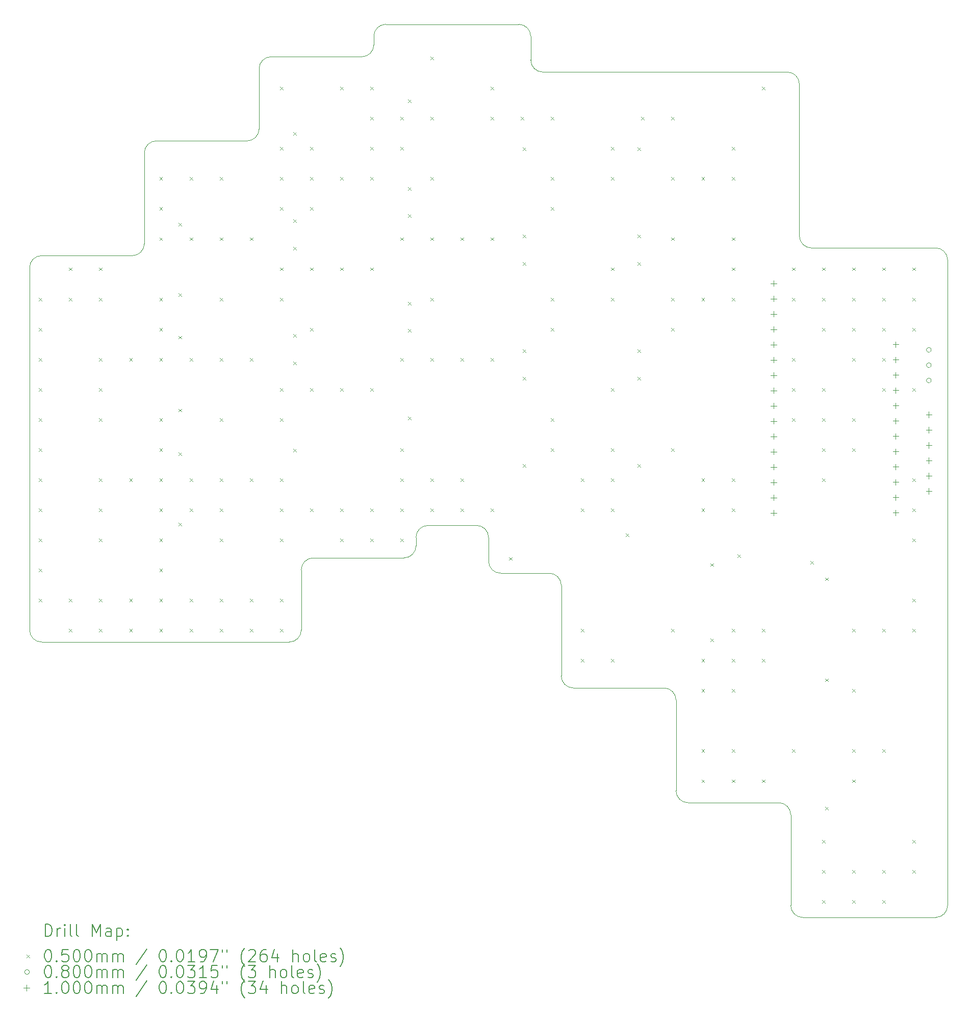
<source format=gbr>
%TF.GenerationSoftware,KiCad,Pcbnew,8.0.6-8.0.6-0~ubuntu24.04.1*%
%TF.CreationDate,2025-02-09T13:12:14-05:00*%
%TF.ProjectId,keybird_left,6b657962-6972-4645-9f6c-6566742e6b69,rev?*%
%TF.SameCoordinates,Original*%
%TF.FileFunction,Drillmap*%
%TF.FilePolarity,Positive*%
%FSLAX45Y45*%
G04 Gerber Fmt 4.5, Leading zero omitted, Abs format (unit mm)*
G04 Created by KiCad (PCBNEW 8.0.6-8.0.6-0~ubuntu24.04.1) date 2025-02-09 13:12:14*
%MOMM*%
%LPD*%
G01*
G04 APERTURE LIST*
%ADD10C,0.050000*%
%ADD11C,0.100000*%
%ADD12C,0.200000*%
G04 APERTURE END LIST*
D10*
X7435000Y-3576000D02*
G75*
G02*
X7235000Y-3776000I-200000J0D01*
G01*
X10346500Y-12350000D02*
G75*
G02*
X10546500Y-12550000I0J-200000D01*
G01*
X9140000Y-11556250D02*
G75*
G02*
X9340000Y-11756250I0J-200000D01*
G01*
X9540000Y-12350000D02*
X10346500Y-12350000D01*
X10240000Y-4030000D02*
X14300000Y-4030000D01*
X12451500Y-14455000D02*
X12451500Y-15960000D01*
X7635000Y-3236250D02*
X9840000Y-3236250D01*
X3625000Y-5373000D02*
G75*
G02*
X3825000Y-5173000I200000J0D01*
G01*
D11*
X6230000Y-12296000D02*
G75*
G02*
X6430000Y-12096000I200000J0D01*
G01*
D10*
X1920000Y-13493000D02*
X6030000Y-13493000D01*
X6230000Y-13293000D02*
G75*
G02*
X6030000Y-13493000I-200000J0D01*
G01*
X7435000Y-3436250D02*
G75*
G02*
X7635000Y-3236250I200000J0D01*
G01*
X14156500Y-16160000D02*
G75*
G02*
X14356500Y-16360000I0J-200000D01*
G01*
X9340000Y-11756250D02*
X9340000Y-12150000D01*
X1920000Y-13493000D02*
G75*
G02*
X1720000Y-13293000I0J200000D01*
G01*
D11*
X6230000Y-12296000D02*
X6230000Y-13293000D01*
D10*
X10240000Y-4030000D02*
G75*
G02*
X10040000Y-3830000I0J200000D01*
G01*
X1720000Y-7278000D02*
G75*
G02*
X1920000Y-7078000I200000J0D01*
G01*
X3425000Y-7078000D02*
X1920000Y-7078000D01*
X14556500Y-18065000D02*
X16761500Y-18065000D01*
X7435000Y-3436250D02*
X7435000Y-3576000D01*
X12251500Y-14255000D02*
G75*
G02*
X12451500Y-14455000I0J-200000D01*
G01*
X14700000Y-6950000D02*
X16761500Y-6950000D01*
X16761500Y-6950000D02*
G75*
G02*
X16961500Y-7150000I0J-200000D01*
G01*
X8135000Y-11896000D02*
G75*
G02*
X7935000Y-12096000I-200000J0D01*
G01*
X3625000Y-5373000D02*
X3625000Y-6878000D01*
X5530000Y-3976000D02*
X5530000Y-4973000D01*
X14300000Y-4030000D02*
G75*
G02*
X14500000Y-4230000I0J-200000D01*
G01*
X10746500Y-14255000D02*
G75*
G02*
X10546500Y-14055000I0J200000D01*
G01*
X7235000Y-3776000D02*
X5730000Y-3776000D01*
X5530000Y-4973000D02*
G75*
G02*
X5330000Y-5173000I-200000J0D01*
G01*
X12651500Y-16160000D02*
G75*
G02*
X12451500Y-15960000I0J200000D01*
G01*
X14356500Y-16360000D02*
X14356500Y-17865000D01*
X3625000Y-6878000D02*
G75*
G02*
X3425000Y-7078000I-200000J0D01*
G01*
X16961500Y-17865000D02*
G75*
G02*
X16761500Y-18065000I-200000J0D01*
G01*
X14700000Y-6950000D02*
G75*
G02*
X14500000Y-6750000I0J200000D01*
G01*
X14500000Y-4230000D02*
X14500000Y-6750000D01*
X9840000Y-3236250D02*
G75*
G02*
X10040000Y-3436250I0J-200000D01*
G01*
X8135000Y-11896000D02*
X8135000Y-11756250D01*
X1720000Y-7278000D02*
X1720000Y-13293000D01*
X5530000Y-3976000D02*
G75*
G02*
X5730000Y-3776000I200000J0D01*
G01*
X10040000Y-3830000D02*
X10040000Y-3436250D01*
X10746500Y-14255000D02*
X12251500Y-14255000D01*
X12651500Y-16160000D02*
X14156500Y-16160000D01*
X8335000Y-11556250D02*
X9140000Y-11556250D01*
X9540000Y-12350000D02*
G75*
G02*
X9340000Y-12150000I0J200000D01*
G01*
X10546500Y-12550000D02*
X10546500Y-14055000D01*
X8135000Y-11756250D02*
G75*
G02*
X8335000Y-11556250I200000J0D01*
G01*
X6430000Y-12096000D02*
X7935000Y-12096000D01*
X5330000Y-5173000D02*
X3825000Y-5173000D01*
X14556500Y-18065000D02*
G75*
G02*
X14356500Y-17865000I0J200000D01*
G01*
X16961500Y-7150000D02*
X16961500Y-17865000D01*
D12*
D11*
X1875000Y-7775000D02*
X1925000Y-7825000D01*
X1925000Y-7775000D02*
X1875000Y-7825000D01*
X1875000Y-8275000D02*
X1925000Y-8325000D01*
X1925000Y-8275000D02*
X1875000Y-8325000D01*
X1875000Y-8775000D02*
X1925000Y-8825000D01*
X1925000Y-8775000D02*
X1875000Y-8825000D01*
X1875000Y-9275000D02*
X1925000Y-9325000D01*
X1925000Y-9275000D02*
X1875000Y-9325000D01*
X1875000Y-9775000D02*
X1925000Y-9825000D01*
X1925000Y-9775000D02*
X1875000Y-9825000D01*
X1875000Y-10275000D02*
X1925000Y-10325000D01*
X1925000Y-10275000D02*
X1875000Y-10325000D01*
X1875000Y-10775000D02*
X1925000Y-10825000D01*
X1925000Y-10775000D02*
X1875000Y-10825000D01*
X1875000Y-11275000D02*
X1925000Y-11325000D01*
X1925000Y-11275000D02*
X1875000Y-11325000D01*
X1875000Y-11775000D02*
X1925000Y-11825000D01*
X1925000Y-11775000D02*
X1875000Y-11825000D01*
X1875000Y-12275000D02*
X1925000Y-12325000D01*
X1925000Y-12275000D02*
X1875000Y-12325000D01*
X1875000Y-12775000D02*
X1925000Y-12825000D01*
X1925000Y-12775000D02*
X1875000Y-12825000D01*
X2375000Y-7275000D02*
X2425000Y-7325000D01*
X2425000Y-7275000D02*
X2375000Y-7325000D01*
X2375000Y-7775000D02*
X2425000Y-7825000D01*
X2425000Y-7775000D02*
X2375000Y-7825000D01*
X2375000Y-12775000D02*
X2425000Y-12825000D01*
X2425000Y-12775000D02*
X2375000Y-12825000D01*
X2375000Y-13275000D02*
X2425000Y-13325000D01*
X2425000Y-13275000D02*
X2375000Y-13325000D01*
X2875000Y-7275000D02*
X2925000Y-7325000D01*
X2925000Y-7275000D02*
X2875000Y-7325000D01*
X2875000Y-7775000D02*
X2925000Y-7825000D01*
X2925000Y-7775000D02*
X2875000Y-7825000D01*
X2875000Y-8775000D02*
X2925000Y-8825000D01*
X2925000Y-8775000D02*
X2875000Y-8825000D01*
X2875000Y-9275000D02*
X2925000Y-9325000D01*
X2925000Y-9275000D02*
X2875000Y-9325000D01*
X2875000Y-9775000D02*
X2925000Y-9825000D01*
X2925000Y-9775000D02*
X2875000Y-9825000D01*
X2875000Y-10775000D02*
X2925000Y-10825000D01*
X2925000Y-10775000D02*
X2875000Y-10825000D01*
X2875000Y-11275000D02*
X2925000Y-11325000D01*
X2925000Y-11275000D02*
X2875000Y-11325000D01*
X2875000Y-11775000D02*
X2925000Y-11825000D01*
X2925000Y-11775000D02*
X2875000Y-11825000D01*
X2875000Y-12775000D02*
X2925000Y-12825000D01*
X2925000Y-12775000D02*
X2875000Y-12825000D01*
X2875000Y-13275000D02*
X2925000Y-13325000D01*
X2925000Y-13275000D02*
X2875000Y-13325000D01*
X3375000Y-8775000D02*
X3425000Y-8825000D01*
X3425000Y-8775000D02*
X3375000Y-8825000D01*
X3375000Y-10775000D02*
X3425000Y-10825000D01*
X3425000Y-10775000D02*
X3375000Y-10825000D01*
X3375000Y-12775000D02*
X3425000Y-12825000D01*
X3425000Y-12775000D02*
X3375000Y-12825000D01*
X3375000Y-13275000D02*
X3425000Y-13325000D01*
X3425000Y-13275000D02*
X3375000Y-13325000D01*
X3875000Y-5775000D02*
X3925000Y-5825000D01*
X3925000Y-5775000D02*
X3875000Y-5825000D01*
X3875000Y-6275000D02*
X3925000Y-6325000D01*
X3925000Y-6275000D02*
X3875000Y-6325000D01*
X3875000Y-6775000D02*
X3925000Y-6825000D01*
X3925000Y-6775000D02*
X3875000Y-6825000D01*
X3875000Y-7775000D02*
X3925000Y-7825000D01*
X3925000Y-7775000D02*
X3875000Y-7825000D01*
X3875000Y-8275000D02*
X3925000Y-8325000D01*
X3925000Y-8275000D02*
X3875000Y-8325000D01*
X3875000Y-8775000D02*
X3925000Y-8825000D01*
X3925000Y-8775000D02*
X3875000Y-8825000D01*
X3875000Y-9775000D02*
X3925000Y-9825000D01*
X3925000Y-9775000D02*
X3875000Y-9825000D01*
X3875000Y-10275000D02*
X3925000Y-10325000D01*
X3925000Y-10275000D02*
X3875000Y-10325000D01*
X3875000Y-10775000D02*
X3925000Y-10825000D01*
X3925000Y-10775000D02*
X3875000Y-10825000D01*
X3875000Y-11275000D02*
X3925000Y-11325000D01*
X3925000Y-11275000D02*
X3875000Y-11325000D01*
X3875000Y-11775000D02*
X3925000Y-11825000D01*
X3925000Y-11775000D02*
X3875000Y-11825000D01*
X3875000Y-12275000D02*
X3925000Y-12325000D01*
X3925000Y-12275000D02*
X3875000Y-12325000D01*
X3875000Y-12775000D02*
X3925000Y-12825000D01*
X3925000Y-12775000D02*
X3875000Y-12825000D01*
X3875000Y-13275000D02*
X3925000Y-13325000D01*
X3925000Y-13275000D02*
X3875000Y-13325000D01*
X4194000Y-8409458D02*
X4244000Y-8459458D01*
X4244000Y-8409458D02*
X4194000Y-8459458D01*
X4194000Y-9620202D02*
X4244000Y-9670202D01*
X4244000Y-9620202D02*
X4194000Y-9670202D01*
X4194000Y-6531989D02*
X4244000Y-6581989D01*
X4244000Y-6531989D02*
X4194000Y-6581989D01*
X4194000Y-7699364D02*
X4244000Y-7749364D01*
X4244000Y-7699364D02*
X4194000Y-7749364D01*
X4194000Y-10341989D02*
X4244000Y-10391989D01*
X4244000Y-10341989D02*
X4194000Y-10391989D01*
X4194000Y-11509364D02*
X4244000Y-11559364D01*
X4244000Y-11509364D02*
X4194000Y-11559364D01*
X4375000Y-5775000D02*
X4425000Y-5825000D01*
X4425000Y-5775000D02*
X4375000Y-5825000D01*
X4375000Y-6775000D02*
X4425000Y-6825000D01*
X4425000Y-6775000D02*
X4375000Y-6825000D01*
X4375000Y-8775000D02*
X4425000Y-8825000D01*
X4425000Y-8775000D02*
X4375000Y-8825000D01*
X4375000Y-10775000D02*
X4425000Y-10825000D01*
X4425000Y-10775000D02*
X4375000Y-10825000D01*
X4375000Y-11275000D02*
X4425000Y-11325000D01*
X4425000Y-11275000D02*
X4375000Y-11325000D01*
X4375000Y-12775000D02*
X4425000Y-12825000D01*
X4425000Y-12775000D02*
X4375000Y-12825000D01*
X4375000Y-13275000D02*
X4425000Y-13325000D01*
X4425000Y-13275000D02*
X4375000Y-13325000D01*
X4875000Y-5775000D02*
X4925000Y-5825000D01*
X4925000Y-5775000D02*
X4875000Y-5825000D01*
X4875000Y-6775000D02*
X4925000Y-6825000D01*
X4925000Y-6775000D02*
X4875000Y-6825000D01*
X4875000Y-7775000D02*
X4925000Y-7825000D01*
X4925000Y-7775000D02*
X4875000Y-7825000D01*
X4875000Y-8775000D02*
X4925000Y-8825000D01*
X4925000Y-8775000D02*
X4875000Y-8825000D01*
X4875000Y-9775000D02*
X4925000Y-9825000D01*
X4925000Y-9775000D02*
X4875000Y-9825000D01*
X4875000Y-10775000D02*
X4925000Y-10825000D01*
X4925000Y-10775000D02*
X4875000Y-10825000D01*
X4875000Y-11275000D02*
X4925000Y-11325000D01*
X4925000Y-11275000D02*
X4875000Y-11325000D01*
X4875000Y-11775000D02*
X4925000Y-11825000D01*
X4925000Y-11775000D02*
X4875000Y-11825000D01*
X4875000Y-12775000D02*
X4925000Y-12825000D01*
X4925000Y-12775000D02*
X4875000Y-12825000D01*
X4875000Y-13275000D02*
X4925000Y-13325000D01*
X4925000Y-13275000D02*
X4875000Y-13325000D01*
X5375000Y-6775000D02*
X5425000Y-6825000D01*
X5425000Y-6775000D02*
X5375000Y-6825000D01*
X5375000Y-8775000D02*
X5425000Y-8825000D01*
X5425000Y-8775000D02*
X5375000Y-8825000D01*
X5375000Y-10775000D02*
X5425000Y-10825000D01*
X5425000Y-10775000D02*
X5375000Y-10825000D01*
X5375000Y-12775000D02*
X5425000Y-12825000D01*
X5425000Y-12775000D02*
X5375000Y-12825000D01*
X5375000Y-13275000D02*
X5425000Y-13325000D01*
X5425000Y-13275000D02*
X5375000Y-13325000D01*
X5875000Y-4275000D02*
X5925000Y-4325000D01*
X5925000Y-4275000D02*
X5875000Y-4325000D01*
X5875000Y-5275000D02*
X5925000Y-5325000D01*
X5925000Y-5275000D02*
X5875000Y-5325000D01*
X5875000Y-5775000D02*
X5925000Y-5825000D01*
X5925000Y-5775000D02*
X5875000Y-5825000D01*
X5875000Y-6275000D02*
X5925000Y-6325000D01*
X5925000Y-6275000D02*
X5875000Y-6325000D01*
X5875000Y-7275000D02*
X5925000Y-7325000D01*
X5925000Y-7275000D02*
X5875000Y-7325000D01*
X5875000Y-7775000D02*
X5925000Y-7825000D01*
X5925000Y-7775000D02*
X5875000Y-7825000D01*
X5875000Y-9275000D02*
X5925000Y-9325000D01*
X5925000Y-9275000D02*
X5875000Y-9325000D01*
X5875000Y-9775000D02*
X5925000Y-9825000D01*
X5925000Y-9775000D02*
X5875000Y-9825000D01*
X5875000Y-10775000D02*
X5925000Y-10825000D01*
X5925000Y-10775000D02*
X5875000Y-10825000D01*
X5875000Y-11275000D02*
X5925000Y-11325000D01*
X5925000Y-11275000D02*
X5875000Y-11325000D01*
X5875000Y-11775000D02*
X5925000Y-11825000D01*
X5925000Y-11775000D02*
X5875000Y-11825000D01*
X5875000Y-12775000D02*
X5925000Y-12825000D01*
X5925000Y-12775000D02*
X5875000Y-12825000D01*
X5875000Y-13275000D02*
X5925000Y-13325000D01*
X5925000Y-13275000D02*
X5875000Y-13325000D01*
X6098817Y-5026395D02*
X6148817Y-5076395D01*
X6148817Y-5026395D02*
X6098817Y-5076395D01*
X6098817Y-6931395D02*
X6148817Y-6981395D01*
X6148817Y-6931395D02*
X6098817Y-6981395D01*
X6098817Y-8836395D02*
X6148817Y-8886395D01*
X6148817Y-8836395D02*
X6098817Y-8886395D01*
X6099183Y-6477605D02*
X6149183Y-6527605D01*
X6149183Y-6477605D02*
X6099183Y-6527605D01*
X6099183Y-8382605D02*
X6149183Y-8432605D01*
X6149183Y-8382605D02*
X6099183Y-8432605D01*
X6099183Y-10287605D02*
X6149183Y-10337605D01*
X6149183Y-10287605D02*
X6099183Y-10337605D01*
X6375000Y-5275000D02*
X6425000Y-5325000D01*
X6425000Y-5275000D02*
X6375000Y-5325000D01*
X6375000Y-5775000D02*
X6425000Y-5825000D01*
X6425000Y-5775000D02*
X6375000Y-5825000D01*
X6375000Y-6275000D02*
X6425000Y-6325000D01*
X6425000Y-6275000D02*
X6375000Y-6325000D01*
X6375000Y-7275000D02*
X6425000Y-7325000D01*
X6425000Y-7275000D02*
X6375000Y-7325000D01*
X6375000Y-8275000D02*
X6425000Y-8325000D01*
X6425000Y-8275000D02*
X6375000Y-8325000D01*
X6375000Y-9275000D02*
X6425000Y-9325000D01*
X6425000Y-9275000D02*
X6375000Y-9325000D01*
X6375000Y-11275000D02*
X6425000Y-11325000D01*
X6425000Y-11275000D02*
X6375000Y-11325000D01*
X6875000Y-4275000D02*
X6925000Y-4325000D01*
X6925000Y-4275000D02*
X6875000Y-4325000D01*
X6875000Y-5775000D02*
X6925000Y-5825000D01*
X6925000Y-5775000D02*
X6875000Y-5825000D01*
X6875000Y-7275000D02*
X6925000Y-7325000D01*
X6925000Y-7275000D02*
X6875000Y-7325000D01*
X6875000Y-9275000D02*
X6925000Y-9325000D01*
X6925000Y-9275000D02*
X6875000Y-9325000D01*
X6875000Y-11275000D02*
X6925000Y-11325000D01*
X6925000Y-11275000D02*
X6875000Y-11325000D01*
X6875000Y-11775000D02*
X6925000Y-11825000D01*
X6925000Y-11775000D02*
X6875000Y-11825000D01*
X7375000Y-4275000D02*
X7425000Y-4325000D01*
X7425000Y-4275000D02*
X7375000Y-4325000D01*
X7375000Y-4775000D02*
X7425000Y-4825000D01*
X7425000Y-4775000D02*
X7375000Y-4825000D01*
X7375000Y-5275000D02*
X7425000Y-5325000D01*
X7425000Y-5275000D02*
X7375000Y-5325000D01*
X7375000Y-5775000D02*
X7425000Y-5825000D01*
X7425000Y-5775000D02*
X7375000Y-5825000D01*
X7375000Y-7275000D02*
X7425000Y-7325000D01*
X7425000Y-7275000D02*
X7375000Y-7325000D01*
X7375000Y-9275000D02*
X7425000Y-9325000D01*
X7425000Y-9275000D02*
X7375000Y-9325000D01*
X7375000Y-11275000D02*
X7425000Y-11325000D01*
X7425000Y-11275000D02*
X7375000Y-11325000D01*
X7375000Y-11775000D02*
X7425000Y-11825000D01*
X7425000Y-11775000D02*
X7375000Y-11825000D01*
X7875000Y-4775000D02*
X7925000Y-4825000D01*
X7925000Y-4775000D02*
X7875000Y-4825000D01*
X7875000Y-5275000D02*
X7925000Y-5325000D01*
X7925000Y-5275000D02*
X7875000Y-5325000D01*
X7875000Y-6775000D02*
X7925000Y-6825000D01*
X7925000Y-6775000D02*
X7875000Y-6825000D01*
X7875000Y-8775000D02*
X7925000Y-8825000D01*
X7925000Y-8775000D02*
X7875000Y-8825000D01*
X7875000Y-10275000D02*
X7925000Y-10325000D01*
X7925000Y-10275000D02*
X7875000Y-10325000D01*
X7875000Y-10775000D02*
X7925000Y-10825000D01*
X7925000Y-10775000D02*
X7875000Y-10825000D01*
X7875000Y-11275000D02*
X7925000Y-11325000D01*
X7925000Y-11275000D02*
X7875000Y-11325000D01*
X7875000Y-11775000D02*
X7925000Y-11825000D01*
X7925000Y-11775000D02*
X7875000Y-11825000D01*
X8003817Y-4486645D02*
X8053817Y-4536645D01*
X8053817Y-4486645D02*
X8003817Y-4536645D01*
X8003817Y-6391645D02*
X8053817Y-6441645D01*
X8053817Y-6391645D02*
X8003817Y-6441645D01*
X8003817Y-8296645D02*
X8053817Y-8346645D01*
X8053817Y-8296645D02*
X8003817Y-8346645D01*
X8004183Y-5937855D02*
X8054183Y-5987855D01*
X8054183Y-5937855D02*
X8004183Y-5987855D01*
X8004183Y-7842855D02*
X8054183Y-7892855D01*
X8054183Y-7842855D02*
X8004183Y-7892855D01*
X8004183Y-9747855D02*
X8054183Y-9797855D01*
X8054183Y-9747855D02*
X8004183Y-9797855D01*
X8375000Y-3775000D02*
X8425000Y-3825000D01*
X8425000Y-3775000D02*
X8375000Y-3825000D01*
X8375000Y-4775000D02*
X8425000Y-4825000D01*
X8425000Y-4775000D02*
X8375000Y-4825000D01*
X8375000Y-5775000D02*
X8425000Y-5825000D01*
X8425000Y-5775000D02*
X8375000Y-5825000D01*
X8375000Y-6775000D02*
X8425000Y-6825000D01*
X8425000Y-6775000D02*
X8375000Y-6825000D01*
X8375000Y-7775000D02*
X8425000Y-7825000D01*
X8425000Y-7775000D02*
X8375000Y-7825000D01*
X8375000Y-8775000D02*
X8425000Y-8825000D01*
X8425000Y-8775000D02*
X8375000Y-8825000D01*
X8375000Y-10775000D02*
X8425000Y-10825000D01*
X8425000Y-10775000D02*
X8375000Y-10825000D01*
X8375000Y-11275000D02*
X8425000Y-11325000D01*
X8425000Y-11275000D02*
X8375000Y-11325000D01*
X8875000Y-6775000D02*
X8925000Y-6825000D01*
X8925000Y-6775000D02*
X8875000Y-6825000D01*
X8875000Y-8775000D02*
X8925000Y-8825000D01*
X8925000Y-8775000D02*
X8875000Y-8825000D01*
X8875000Y-10775000D02*
X8925000Y-10825000D01*
X8925000Y-10775000D02*
X8875000Y-10825000D01*
X8875000Y-11275000D02*
X8925000Y-11325000D01*
X8925000Y-11275000D02*
X8875000Y-11325000D01*
X9375000Y-4275000D02*
X9425000Y-4325000D01*
X9425000Y-4275000D02*
X9375000Y-4325000D01*
X9375000Y-4775000D02*
X9425000Y-4825000D01*
X9425000Y-4775000D02*
X9375000Y-4825000D01*
X9375000Y-6775000D02*
X9425000Y-6825000D01*
X9425000Y-6775000D02*
X9375000Y-6825000D01*
X9375000Y-8775000D02*
X9425000Y-8825000D01*
X9425000Y-8775000D02*
X9375000Y-8825000D01*
X9375000Y-11275000D02*
X9425000Y-11325000D01*
X9425000Y-11275000D02*
X9375000Y-11325000D01*
X9679178Y-12084007D02*
X9729178Y-12134007D01*
X9729178Y-12084007D02*
X9679178Y-12134007D01*
X9875000Y-4775000D02*
X9925000Y-4825000D01*
X9925000Y-4775000D02*
X9875000Y-4825000D01*
X9908817Y-5280395D02*
X9958817Y-5330395D01*
X9958817Y-5280395D02*
X9908817Y-5330395D01*
X9908817Y-7185395D02*
X9958817Y-7235395D01*
X9958817Y-7185395D02*
X9908817Y-7235395D01*
X9908817Y-9090395D02*
X9958817Y-9140395D01*
X9958817Y-9090395D02*
X9908817Y-9140395D01*
X9909183Y-6731605D02*
X9959183Y-6781605D01*
X9959183Y-6731605D02*
X9909183Y-6781605D01*
X9909183Y-8636605D02*
X9959183Y-8686605D01*
X9959183Y-8636605D02*
X9909183Y-8686605D01*
X9909183Y-10541605D02*
X9959183Y-10591605D01*
X9959183Y-10541605D02*
X9909183Y-10591605D01*
X10375000Y-4775000D02*
X10425000Y-4825000D01*
X10425000Y-4775000D02*
X10375000Y-4825000D01*
X10375000Y-5775000D02*
X10425000Y-5825000D01*
X10425000Y-5775000D02*
X10375000Y-5825000D01*
X10375000Y-6275000D02*
X10425000Y-6325000D01*
X10425000Y-6275000D02*
X10375000Y-6325000D01*
X10375000Y-7775000D02*
X10425000Y-7825000D01*
X10425000Y-7775000D02*
X10375000Y-7825000D01*
X10375000Y-8275000D02*
X10425000Y-8325000D01*
X10425000Y-8275000D02*
X10375000Y-8325000D01*
X10375000Y-9775000D02*
X10425000Y-9825000D01*
X10425000Y-9775000D02*
X10375000Y-9825000D01*
X10375000Y-10275000D02*
X10425000Y-10325000D01*
X10425000Y-10275000D02*
X10375000Y-10325000D01*
X10875000Y-10775000D02*
X10925000Y-10825000D01*
X10925000Y-10775000D02*
X10875000Y-10825000D01*
X10875000Y-11275000D02*
X10925000Y-11325000D01*
X10925000Y-11275000D02*
X10875000Y-11325000D01*
X10875000Y-13275000D02*
X10925000Y-13325000D01*
X10925000Y-13275000D02*
X10875000Y-13325000D01*
X10875000Y-13775000D02*
X10925000Y-13825000D01*
X10925000Y-13775000D02*
X10875000Y-13825000D01*
X11375000Y-5275000D02*
X11425000Y-5325000D01*
X11425000Y-5275000D02*
X11375000Y-5325000D01*
X11375000Y-5775000D02*
X11425000Y-5825000D01*
X11425000Y-5775000D02*
X11375000Y-5825000D01*
X11375000Y-7275000D02*
X11425000Y-7325000D01*
X11425000Y-7275000D02*
X11375000Y-7325000D01*
X11375000Y-7775000D02*
X11425000Y-7825000D01*
X11425000Y-7775000D02*
X11375000Y-7825000D01*
X11375000Y-9275000D02*
X11425000Y-9325000D01*
X11425000Y-9275000D02*
X11375000Y-9325000D01*
X11375000Y-10275000D02*
X11425000Y-10325000D01*
X11425000Y-10275000D02*
X11375000Y-10325000D01*
X11375000Y-10775000D02*
X11425000Y-10825000D01*
X11425000Y-10775000D02*
X11375000Y-10825000D01*
X11375000Y-11275000D02*
X11425000Y-11325000D01*
X11425000Y-11275000D02*
X11375000Y-11325000D01*
X11375000Y-13775000D02*
X11425000Y-13825000D01*
X11425000Y-13775000D02*
X11375000Y-13825000D01*
X11620590Y-11687889D02*
X11670590Y-11737889D01*
X11670590Y-11687889D02*
X11620590Y-11737889D01*
X11813817Y-5280395D02*
X11863817Y-5330395D01*
X11863817Y-5280395D02*
X11813817Y-5330395D01*
X11813817Y-7185395D02*
X11863817Y-7235395D01*
X11863817Y-7185395D02*
X11813817Y-7235395D01*
X11813817Y-9090395D02*
X11863817Y-9140395D01*
X11863817Y-9090395D02*
X11813817Y-9140395D01*
X11814183Y-6731605D02*
X11864183Y-6781605D01*
X11864183Y-6731605D02*
X11814183Y-6781605D01*
X11814183Y-8636605D02*
X11864183Y-8686605D01*
X11864183Y-8636605D02*
X11814183Y-8686605D01*
X11814183Y-10541605D02*
X11864183Y-10591605D01*
X11864183Y-10541605D02*
X11814183Y-10591605D01*
X11875000Y-4775000D02*
X11925000Y-4825000D01*
X11925000Y-4775000D02*
X11875000Y-4825000D01*
X12375000Y-4775000D02*
X12425000Y-4825000D01*
X12425000Y-4775000D02*
X12375000Y-4825000D01*
X12375000Y-5775000D02*
X12425000Y-5825000D01*
X12425000Y-5775000D02*
X12375000Y-5825000D01*
X12375000Y-6775000D02*
X12425000Y-6825000D01*
X12425000Y-6775000D02*
X12375000Y-6825000D01*
X12375000Y-7775000D02*
X12425000Y-7825000D01*
X12425000Y-7775000D02*
X12375000Y-7825000D01*
X12375000Y-8275000D02*
X12425000Y-8325000D01*
X12425000Y-8275000D02*
X12375000Y-8325000D01*
X12375000Y-10275000D02*
X12425000Y-10325000D01*
X12425000Y-10275000D02*
X12375000Y-10325000D01*
X12375000Y-13275000D02*
X12425000Y-13325000D01*
X12425000Y-13275000D02*
X12375000Y-13325000D01*
X12875000Y-5775000D02*
X12925000Y-5825000D01*
X12925000Y-5775000D02*
X12875000Y-5825000D01*
X12875000Y-7775000D02*
X12925000Y-7825000D01*
X12925000Y-7775000D02*
X12875000Y-7825000D01*
X12875000Y-10775000D02*
X12925000Y-10825000D01*
X12925000Y-10775000D02*
X12875000Y-10825000D01*
X12875000Y-11275000D02*
X12925000Y-11325000D01*
X12925000Y-11275000D02*
X12875000Y-11325000D01*
X12875000Y-13775000D02*
X12925000Y-13825000D01*
X12925000Y-13775000D02*
X12875000Y-13825000D01*
X12875000Y-14275000D02*
X12925000Y-14325000D01*
X12925000Y-14275000D02*
X12875000Y-14325000D01*
X12875000Y-15275000D02*
X12925000Y-15325000D01*
X12925000Y-15275000D02*
X12875000Y-15325000D01*
X12875000Y-15775000D02*
X12925000Y-15825000D01*
X12925000Y-15775000D02*
X12875000Y-15825000D01*
X13020500Y-12185795D02*
X13070500Y-12235795D01*
X13070500Y-12185795D02*
X13020500Y-12235795D01*
X13020500Y-13434310D02*
X13070500Y-13484310D01*
X13070500Y-13434310D02*
X13020500Y-13484310D01*
X13375000Y-5275000D02*
X13425000Y-5325000D01*
X13425000Y-5275000D02*
X13375000Y-5325000D01*
X13375000Y-5775000D02*
X13425000Y-5825000D01*
X13425000Y-5775000D02*
X13375000Y-5825000D01*
X13375000Y-6775000D02*
X13425000Y-6825000D01*
X13425000Y-6775000D02*
X13375000Y-6825000D01*
X13375000Y-7275000D02*
X13425000Y-7325000D01*
X13425000Y-7275000D02*
X13375000Y-7325000D01*
X13375000Y-7775000D02*
X13425000Y-7825000D01*
X13425000Y-7775000D02*
X13375000Y-7825000D01*
X13375000Y-10775000D02*
X13425000Y-10825000D01*
X13425000Y-10775000D02*
X13375000Y-10825000D01*
X13375000Y-11275000D02*
X13425000Y-11325000D01*
X13425000Y-11275000D02*
X13375000Y-11325000D01*
X13375000Y-13275000D02*
X13425000Y-13325000D01*
X13425000Y-13275000D02*
X13375000Y-13325000D01*
X13375000Y-13775000D02*
X13425000Y-13825000D01*
X13425000Y-13775000D02*
X13375000Y-13825000D01*
X13375000Y-14275000D02*
X13425000Y-14325000D01*
X13425000Y-14275000D02*
X13375000Y-14325000D01*
X13375000Y-15275000D02*
X13425000Y-15325000D01*
X13425000Y-15275000D02*
X13375000Y-15325000D01*
X13375000Y-15775000D02*
X13425000Y-15825000D01*
X13425000Y-15775000D02*
X13375000Y-15825000D01*
X13471560Y-12034263D02*
X13521560Y-12084263D01*
X13521560Y-12034263D02*
X13471560Y-12084263D01*
X13875000Y-4275000D02*
X13925000Y-4325000D01*
X13925000Y-4275000D02*
X13875000Y-4325000D01*
X13875000Y-13275000D02*
X13925000Y-13325000D01*
X13925000Y-13275000D02*
X13875000Y-13325000D01*
X13875000Y-13775000D02*
X13925000Y-13825000D01*
X13925000Y-13775000D02*
X13875000Y-13825000D01*
X13875000Y-15775000D02*
X13925000Y-15825000D01*
X13925000Y-15775000D02*
X13875000Y-15825000D01*
X14375000Y-7275000D02*
X14425000Y-7325000D01*
X14425000Y-7275000D02*
X14375000Y-7325000D01*
X14375000Y-7775000D02*
X14425000Y-7825000D01*
X14425000Y-7775000D02*
X14375000Y-7825000D01*
X14375000Y-8775000D02*
X14425000Y-8825000D01*
X14425000Y-8775000D02*
X14375000Y-8825000D01*
X14375000Y-9275000D02*
X14425000Y-9325000D01*
X14425000Y-9275000D02*
X14375000Y-9325000D01*
X14375000Y-9775000D02*
X14425000Y-9825000D01*
X14425000Y-9775000D02*
X14375000Y-9825000D01*
X14375000Y-15275000D02*
X14425000Y-15325000D01*
X14425000Y-15275000D02*
X14375000Y-15325000D01*
X14679180Y-12147274D02*
X14729180Y-12197274D01*
X14729180Y-12147274D02*
X14679180Y-12197274D01*
X14875000Y-7275000D02*
X14925000Y-7325000D01*
X14925000Y-7275000D02*
X14875000Y-7325000D01*
X14875000Y-7775000D02*
X14925000Y-7825000D01*
X14925000Y-7775000D02*
X14875000Y-7825000D01*
X14875000Y-8275000D02*
X14925000Y-8325000D01*
X14925000Y-8275000D02*
X14875000Y-8325000D01*
X14875000Y-9275000D02*
X14925000Y-9325000D01*
X14925000Y-9275000D02*
X14875000Y-9325000D01*
X14875000Y-9775000D02*
X14925000Y-9825000D01*
X14925000Y-9775000D02*
X14875000Y-9825000D01*
X14875000Y-10275000D02*
X14925000Y-10325000D01*
X14925000Y-10275000D02*
X14875000Y-10325000D01*
X14875000Y-10775000D02*
X14925000Y-10825000D01*
X14925000Y-10775000D02*
X14875000Y-10825000D01*
X14875000Y-16775000D02*
X14925000Y-16825000D01*
X14925000Y-16775000D02*
X14875000Y-16825000D01*
X14875000Y-17275000D02*
X14925000Y-17325000D01*
X14925000Y-17275000D02*
X14875000Y-17325000D01*
X14875000Y-17775000D02*
X14925000Y-17825000D01*
X14925000Y-17775000D02*
X14875000Y-17825000D01*
X14925500Y-12422754D02*
X14975500Y-12472754D01*
X14975500Y-12422754D02*
X14925500Y-12472754D01*
X14925500Y-14098884D02*
X14975500Y-14148884D01*
X14975500Y-14098884D02*
X14925500Y-14148884D01*
X14926667Y-16226331D02*
X14976667Y-16276331D01*
X14976667Y-16226331D02*
X14926667Y-16276331D01*
X15375000Y-7275000D02*
X15425000Y-7325000D01*
X15425000Y-7275000D02*
X15375000Y-7325000D01*
X15375000Y-7775000D02*
X15425000Y-7825000D01*
X15425000Y-7775000D02*
X15375000Y-7825000D01*
X15375000Y-8275000D02*
X15425000Y-8325000D01*
X15425000Y-8275000D02*
X15375000Y-8325000D01*
X15375000Y-8775000D02*
X15425000Y-8825000D01*
X15425000Y-8775000D02*
X15375000Y-8825000D01*
X15375000Y-9775000D02*
X15425000Y-9825000D01*
X15425000Y-9775000D02*
X15375000Y-9825000D01*
X15375000Y-10275000D02*
X15425000Y-10325000D01*
X15425000Y-10275000D02*
X15375000Y-10325000D01*
X15375000Y-13275000D02*
X15425000Y-13325000D01*
X15425000Y-13275000D02*
X15375000Y-13325000D01*
X15375000Y-14275000D02*
X15425000Y-14325000D01*
X15425000Y-14275000D02*
X15375000Y-14325000D01*
X15375000Y-15275000D02*
X15425000Y-15325000D01*
X15425000Y-15275000D02*
X15375000Y-15325000D01*
X15375000Y-15775000D02*
X15425000Y-15825000D01*
X15425000Y-15775000D02*
X15375000Y-15825000D01*
X15375000Y-17275000D02*
X15425000Y-17325000D01*
X15425000Y-17275000D02*
X15375000Y-17325000D01*
X15375000Y-17775000D02*
X15425000Y-17825000D01*
X15425000Y-17775000D02*
X15375000Y-17825000D01*
X15875000Y-7275000D02*
X15925000Y-7325000D01*
X15925000Y-7275000D02*
X15875000Y-7325000D01*
X15875000Y-7775000D02*
X15925000Y-7825000D01*
X15925000Y-7775000D02*
X15875000Y-7825000D01*
X15875000Y-8275000D02*
X15925000Y-8325000D01*
X15925000Y-8275000D02*
X15875000Y-8325000D01*
X15875000Y-8775000D02*
X15925000Y-8825000D01*
X15925000Y-8775000D02*
X15875000Y-8825000D01*
X15875000Y-9275000D02*
X15925000Y-9325000D01*
X15925000Y-9275000D02*
X15875000Y-9325000D01*
X15875000Y-13275000D02*
X15925000Y-13325000D01*
X15925000Y-13275000D02*
X15875000Y-13325000D01*
X15875000Y-15275000D02*
X15925000Y-15325000D01*
X15925000Y-15275000D02*
X15875000Y-15325000D01*
X15875000Y-17275000D02*
X15925000Y-17325000D01*
X15925000Y-17275000D02*
X15875000Y-17325000D01*
X15875000Y-17775000D02*
X15925000Y-17825000D01*
X15925000Y-17775000D02*
X15875000Y-17825000D01*
X16375000Y-7275000D02*
X16425000Y-7325000D01*
X16425000Y-7275000D02*
X16375000Y-7325000D01*
X16375000Y-7775000D02*
X16425000Y-7825000D01*
X16425000Y-7775000D02*
X16375000Y-7825000D01*
X16375000Y-8275000D02*
X16425000Y-8325000D01*
X16425000Y-8275000D02*
X16375000Y-8325000D01*
X16375000Y-9275000D02*
X16425000Y-9325000D01*
X16425000Y-9275000D02*
X16375000Y-9325000D01*
X16375000Y-10775000D02*
X16425000Y-10825000D01*
X16425000Y-10775000D02*
X16375000Y-10825000D01*
X16375000Y-11275000D02*
X16425000Y-11325000D01*
X16425000Y-11275000D02*
X16375000Y-11325000D01*
X16375000Y-11775000D02*
X16425000Y-11825000D01*
X16425000Y-11775000D02*
X16375000Y-11825000D01*
X16375000Y-12775000D02*
X16425000Y-12825000D01*
X16425000Y-12775000D02*
X16375000Y-12825000D01*
X16375000Y-13275000D02*
X16425000Y-13325000D01*
X16425000Y-13275000D02*
X16375000Y-13325000D01*
X16375000Y-16775000D02*
X16425000Y-16825000D01*
X16425000Y-16775000D02*
X16375000Y-16825000D01*
X16375000Y-17275000D02*
X16425000Y-17325000D01*
X16425000Y-17275000D02*
X16375000Y-17325000D01*
X16690000Y-8642000D02*
G75*
G02*
X16610000Y-8642000I-40000J0D01*
G01*
X16610000Y-8642000D02*
G75*
G02*
X16690000Y-8642000I40000J0D01*
G01*
X16690000Y-8896000D02*
G75*
G02*
X16610000Y-8896000I-40000J0D01*
G01*
X16610000Y-8896000D02*
G75*
G02*
X16690000Y-8896000I40000J0D01*
G01*
X16690000Y-9150000D02*
G75*
G02*
X16610000Y-9150000I-40000J0D01*
G01*
X16610000Y-9150000D02*
G75*
G02*
X16690000Y-9150000I40000J0D01*
G01*
X14070500Y-7487500D02*
X14070500Y-7587500D01*
X14020500Y-7537500D02*
X14120500Y-7537500D01*
X14070500Y-7741500D02*
X14070500Y-7841500D01*
X14020500Y-7791500D02*
X14120500Y-7791500D01*
X14070500Y-7995500D02*
X14070500Y-8095500D01*
X14020500Y-8045500D02*
X14120500Y-8045500D01*
X14070500Y-8249500D02*
X14070500Y-8349500D01*
X14020500Y-8299500D02*
X14120500Y-8299500D01*
X14070500Y-8503500D02*
X14070500Y-8603500D01*
X14020500Y-8553500D02*
X14120500Y-8553500D01*
X14070500Y-8757500D02*
X14070500Y-8857500D01*
X14020500Y-8807500D02*
X14120500Y-8807500D01*
X14070500Y-9011500D02*
X14070500Y-9111500D01*
X14020500Y-9061500D02*
X14120500Y-9061500D01*
X14070500Y-9265500D02*
X14070500Y-9365500D01*
X14020500Y-9315500D02*
X14120500Y-9315500D01*
X14070500Y-9519500D02*
X14070500Y-9619500D01*
X14020500Y-9569500D02*
X14120500Y-9569500D01*
X14070500Y-9773500D02*
X14070500Y-9873500D01*
X14020500Y-9823500D02*
X14120500Y-9823500D01*
X14070500Y-10027500D02*
X14070500Y-10127500D01*
X14020500Y-10077500D02*
X14120500Y-10077500D01*
X14070500Y-10281500D02*
X14070500Y-10381500D01*
X14020500Y-10331500D02*
X14120500Y-10331500D01*
X14070500Y-10535500D02*
X14070500Y-10635500D01*
X14020500Y-10585500D02*
X14120500Y-10585500D01*
X14070500Y-10789500D02*
X14070500Y-10889500D01*
X14020500Y-10839500D02*
X14120500Y-10839500D01*
X14070500Y-11043500D02*
X14070500Y-11143500D01*
X14020500Y-11093500D02*
X14120500Y-11093500D01*
X14070500Y-11297500D02*
X14070500Y-11397500D01*
X14020500Y-11347500D02*
X14120500Y-11347500D01*
X16100000Y-8502500D02*
X16100000Y-8602500D01*
X16050000Y-8552500D02*
X16150000Y-8552500D01*
X16100000Y-8756500D02*
X16100000Y-8856500D01*
X16050000Y-8806500D02*
X16150000Y-8806500D01*
X16100000Y-9010500D02*
X16100000Y-9110500D01*
X16050000Y-9060500D02*
X16150000Y-9060500D01*
X16100000Y-9264500D02*
X16100000Y-9364500D01*
X16050000Y-9314500D02*
X16150000Y-9314500D01*
X16100000Y-9518500D02*
X16100000Y-9618500D01*
X16050000Y-9568500D02*
X16150000Y-9568500D01*
X16100000Y-9772500D02*
X16100000Y-9872500D01*
X16050000Y-9822500D02*
X16150000Y-9822500D01*
X16100000Y-10026500D02*
X16100000Y-10126500D01*
X16050000Y-10076500D02*
X16150000Y-10076500D01*
X16100000Y-10280500D02*
X16100000Y-10380500D01*
X16050000Y-10330500D02*
X16150000Y-10330500D01*
X16100000Y-10534500D02*
X16100000Y-10634500D01*
X16050000Y-10584500D02*
X16150000Y-10584500D01*
X16100000Y-10788500D02*
X16100000Y-10888500D01*
X16050000Y-10838500D02*
X16150000Y-10838500D01*
X16100000Y-11042500D02*
X16100000Y-11142500D01*
X16050000Y-11092500D02*
X16150000Y-11092500D01*
X16100000Y-11296500D02*
X16100000Y-11396500D01*
X16050000Y-11346500D02*
X16150000Y-11346500D01*
X16650000Y-9665000D02*
X16650000Y-9765000D01*
X16600000Y-9715000D02*
X16700000Y-9715000D01*
X16650000Y-9919000D02*
X16650000Y-10019000D01*
X16600000Y-9969000D02*
X16700000Y-9969000D01*
X16650000Y-10173000D02*
X16650000Y-10273000D01*
X16600000Y-10223000D02*
X16700000Y-10223000D01*
X16650000Y-10427000D02*
X16650000Y-10527000D01*
X16600000Y-10477000D02*
X16700000Y-10477000D01*
X16650000Y-10681000D02*
X16650000Y-10781000D01*
X16600000Y-10731000D02*
X16700000Y-10731000D01*
X16650000Y-10935000D02*
X16650000Y-11035000D01*
X16600000Y-10985000D02*
X16700000Y-10985000D01*
D12*
X1978277Y-18378984D02*
X1978277Y-18178984D01*
X1978277Y-18178984D02*
X2025896Y-18178984D01*
X2025896Y-18178984D02*
X2054467Y-18188508D01*
X2054467Y-18188508D02*
X2073515Y-18207555D01*
X2073515Y-18207555D02*
X2083039Y-18226603D01*
X2083039Y-18226603D02*
X2092562Y-18264698D01*
X2092562Y-18264698D02*
X2092562Y-18293270D01*
X2092562Y-18293270D02*
X2083039Y-18331365D01*
X2083039Y-18331365D02*
X2073515Y-18350412D01*
X2073515Y-18350412D02*
X2054467Y-18369460D01*
X2054467Y-18369460D02*
X2025896Y-18378984D01*
X2025896Y-18378984D02*
X1978277Y-18378984D01*
X2178277Y-18378984D02*
X2178277Y-18245650D01*
X2178277Y-18283746D02*
X2187801Y-18264698D01*
X2187801Y-18264698D02*
X2197324Y-18255174D01*
X2197324Y-18255174D02*
X2216372Y-18245650D01*
X2216372Y-18245650D02*
X2235420Y-18245650D01*
X2302086Y-18378984D02*
X2302086Y-18245650D01*
X2302086Y-18178984D02*
X2292563Y-18188508D01*
X2292563Y-18188508D02*
X2302086Y-18198031D01*
X2302086Y-18198031D02*
X2311610Y-18188508D01*
X2311610Y-18188508D02*
X2302086Y-18178984D01*
X2302086Y-18178984D02*
X2302086Y-18198031D01*
X2425896Y-18378984D02*
X2406848Y-18369460D01*
X2406848Y-18369460D02*
X2397324Y-18350412D01*
X2397324Y-18350412D02*
X2397324Y-18178984D01*
X2530658Y-18378984D02*
X2511610Y-18369460D01*
X2511610Y-18369460D02*
X2502086Y-18350412D01*
X2502086Y-18350412D02*
X2502086Y-18178984D01*
X2759229Y-18378984D02*
X2759229Y-18178984D01*
X2759229Y-18178984D02*
X2825896Y-18321841D01*
X2825896Y-18321841D02*
X2892562Y-18178984D01*
X2892562Y-18178984D02*
X2892562Y-18378984D01*
X3073515Y-18378984D02*
X3073515Y-18274222D01*
X3073515Y-18274222D02*
X3063991Y-18255174D01*
X3063991Y-18255174D02*
X3044943Y-18245650D01*
X3044943Y-18245650D02*
X3006848Y-18245650D01*
X3006848Y-18245650D02*
X2987801Y-18255174D01*
X3073515Y-18369460D02*
X3054467Y-18378984D01*
X3054467Y-18378984D02*
X3006848Y-18378984D01*
X3006848Y-18378984D02*
X2987801Y-18369460D01*
X2987801Y-18369460D02*
X2978277Y-18350412D01*
X2978277Y-18350412D02*
X2978277Y-18331365D01*
X2978277Y-18331365D02*
X2987801Y-18312317D01*
X2987801Y-18312317D02*
X3006848Y-18302793D01*
X3006848Y-18302793D02*
X3054467Y-18302793D01*
X3054467Y-18302793D02*
X3073515Y-18293270D01*
X3168753Y-18245650D02*
X3168753Y-18445650D01*
X3168753Y-18255174D02*
X3187801Y-18245650D01*
X3187801Y-18245650D02*
X3225896Y-18245650D01*
X3225896Y-18245650D02*
X3244943Y-18255174D01*
X3244943Y-18255174D02*
X3254467Y-18264698D01*
X3254467Y-18264698D02*
X3263991Y-18283746D01*
X3263991Y-18283746D02*
X3263991Y-18340889D01*
X3263991Y-18340889D02*
X3254467Y-18359936D01*
X3254467Y-18359936D02*
X3244943Y-18369460D01*
X3244943Y-18369460D02*
X3225896Y-18378984D01*
X3225896Y-18378984D02*
X3187801Y-18378984D01*
X3187801Y-18378984D02*
X3168753Y-18369460D01*
X3349705Y-18359936D02*
X3359229Y-18369460D01*
X3359229Y-18369460D02*
X3349705Y-18378984D01*
X3349705Y-18378984D02*
X3340182Y-18369460D01*
X3340182Y-18369460D02*
X3349705Y-18359936D01*
X3349705Y-18359936D02*
X3349705Y-18378984D01*
X3349705Y-18255174D02*
X3359229Y-18264698D01*
X3359229Y-18264698D02*
X3349705Y-18274222D01*
X3349705Y-18274222D02*
X3340182Y-18264698D01*
X3340182Y-18264698D02*
X3349705Y-18255174D01*
X3349705Y-18255174D02*
X3349705Y-18274222D01*
D11*
X1667500Y-18682500D02*
X1717500Y-18732500D01*
X1717500Y-18682500D02*
X1667500Y-18732500D01*
D12*
X2016372Y-18598984D02*
X2035420Y-18598984D01*
X2035420Y-18598984D02*
X2054467Y-18608508D01*
X2054467Y-18608508D02*
X2063991Y-18618031D01*
X2063991Y-18618031D02*
X2073515Y-18637079D01*
X2073515Y-18637079D02*
X2083039Y-18675174D01*
X2083039Y-18675174D02*
X2083039Y-18722793D01*
X2083039Y-18722793D02*
X2073515Y-18760889D01*
X2073515Y-18760889D02*
X2063991Y-18779936D01*
X2063991Y-18779936D02*
X2054467Y-18789460D01*
X2054467Y-18789460D02*
X2035420Y-18798984D01*
X2035420Y-18798984D02*
X2016372Y-18798984D01*
X2016372Y-18798984D02*
X1997324Y-18789460D01*
X1997324Y-18789460D02*
X1987801Y-18779936D01*
X1987801Y-18779936D02*
X1978277Y-18760889D01*
X1978277Y-18760889D02*
X1968753Y-18722793D01*
X1968753Y-18722793D02*
X1968753Y-18675174D01*
X1968753Y-18675174D02*
X1978277Y-18637079D01*
X1978277Y-18637079D02*
X1987801Y-18618031D01*
X1987801Y-18618031D02*
X1997324Y-18608508D01*
X1997324Y-18608508D02*
X2016372Y-18598984D01*
X2168753Y-18779936D02*
X2178277Y-18789460D01*
X2178277Y-18789460D02*
X2168753Y-18798984D01*
X2168753Y-18798984D02*
X2159229Y-18789460D01*
X2159229Y-18789460D02*
X2168753Y-18779936D01*
X2168753Y-18779936D02*
X2168753Y-18798984D01*
X2359229Y-18598984D02*
X2263991Y-18598984D01*
X2263991Y-18598984D02*
X2254467Y-18694222D01*
X2254467Y-18694222D02*
X2263991Y-18684698D01*
X2263991Y-18684698D02*
X2283039Y-18675174D01*
X2283039Y-18675174D02*
X2330658Y-18675174D01*
X2330658Y-18675174D02*
X2349705Y-18684698D01*
X2349705Y-18684698D02*
X2359229Y-18694222D01*
X2359229Y-18694222D02*
X2368753Y-18713270D01*
X2368753Y-18713270D02*
X2368753Y-18760889D01*
X2368753Y-18760889D02*
X2359229Y-18779936D01*
X2359229Y-18779936D02*
X2349705Y-18789460D01*
X2349705Y-18789460D02*
X2330658Y-18798984D01*
X2330658Y-18798984D02*
X2283039Y-18798984D01*
X2283039Y-18798984D02*
X2263991Y-18789460D01*
X2263991Y-18789460D02*
X2254467Y-18779936D01*
X2492563Y-18598984D02*
X2511610Y-18598984D01*
X2511610Y-18598984D02*
X2530658Y-18608508D01*
X2530658Y-18608508D02*
X2540182Y-18618031D01*
X2540182Y-18618031D02*
X2549705Y-18637079D01*
X2549705Y-18637079D02*
X2559229Y-18675174D01*
X2559229Y-18675174D02*
X2559229Y-18722793D01*
X2559229Y-18722793D02*
X2549705Y-18760889D01*
X2549705Y-18760889D02*
X2540182Y-18779936D01*
X2540182Y-18779936D02*
X2530658Y-18789460D01*
X2530658Y-18789460D02*
X2511610Y-18798984D01*
X2511610Y-18798984D02*
X2492563Y-18798984D01*
X2492563Y-18798984D02*
X2473515Y-18789460D01*
X2473515Y-18789460D02*
X2463991Y-18779936D01*
X2463991Y-18779936D02*
X2454467Y-18760889D01*
X2454467Y-18760889D02*
X2444944Y-18722793D01*
X2444944Y-18722793D02*
X2444944Y-18675174D01*
X2444944Y-18675174D02*
X2454467Y-18637079D01*
X2454467Y-18637079D02*
X2463991Y-18618031D01*
X2463991Y-18618031D02*
X2473515Y-18608508D01*
X2473515Y-18608508D02*
X2492563Y-18598984D01*
X2683039Y-18598984D02*
X2702086Y-18598984D01*
X2702086Y-18598984D02*
X2721134Y-18608508D01*
X2721134Y-18608508D02*
X2730658Y-18618031D01*
X2730658Y-18618031D02*
X2740182Y-18637079D01*
X2740182Y-18637079D02*
X2749705Y-18675174D01*
X2749705Y-18675174D02*
X2749705Y-18722793D01*
X2749705Y-18722793D02*
X2740182Y-18760889D01*
X2740182Y-18760889D02*
X2730658Y-18779936D01*
X2730658Y-18779936D02*
X2721134Y-18789460D01*
X2721134Y-18789460D02*
X2702086Y-18798984D01*
X2702086Y-18798984D02*
X2683039Y-18798984D01*
X2683039Y-18798984D02*
X2663991Y-18789460D01*
X2663991Y-18789460D02*
X2654467Y-18779936D01*
X2654467Y-18779936D02*
X2644944Y-18760889D01*
X2644944Y-18760889D02*
X2635420Y-18722793D01*
X2635420Y-18722793D02*
X2635420Y-18675174D01*
X2635420Y-18675174D02*
X2644944Y-18637079D01*
X2644944Y-18637079D02*
X2654467Y-18618031D01*
X2654467Y-18618031D02*
X2663991Y-18608508D01*
X2663991Y-18608508D02*
X2683039Y-18598984D01*
X2835420Y-18798984D02*
X2835420Y-18665650D01*
X2835420Y-18684698D02*
X2844943Y-18675174D01*
X2844943Y-18675174D02*
X2863991Y-18665650D01*
X2863991Y-18665650D02*
X2892563Y-18665650D01*
X2892563Y-18665650D02*
X2911610Y-18675174D01*
X2911610Y-18675174D02*
X2921134Y-18694222D01*
X2921134Y-18694222D02*
X2921134Y-18798984D01*
X2921134Y-18694222D02*
X2930658Y-18675174D01*
X2930658Y-18675174D02*
X2949705Y-18665650D01*
X2949705Y-18665650D02*
X2978277Y-18665650D01*
X2978277Y-18665650D02*
X2997324Y-18675174D01*
X2997324Y-18675174D02*
X3006848Y-18694222D01*
X3006848Y-18694222D02*
X3006848Y-18798984D01*
X3102086Y-18798984D02*
X3102086Y-18665650D01*
X3102086Y-18684698D02*
X3111610Y-18675174D01*
X3111610Y-18675174D02*
X3130658Y-18665650D01*
X3130658Y-18665650D02*
X3159229Y-18665650D01*
X3159229Y-18665650D02*
X3178277Y-18675174D01*
X3178277Y-18675174D02*
X3187801Y-18694222D01*
X3187801Y-18694222D02*
X3187801Y-18798984D01*
X3187801Y-18694222D02*
X3197324Y-18675174D01*
X3197324Y-18675174D02*
X3216372Y-18665650D01*
X3216372Y-18665650D02*
X3244943Y-18665650D01*
X3244943Y-18665650D02*
X3263991Y-18675174D01*
X3263991Y-18675174D02*
X3273515Y-18694222D01*
X3273515Y-18694222D02*
X3273515Y-18798984D01*
X3663991Y-18589460D02*
X3492563Y-18846603D01*
X3921134Y-18598984D02*
X3940182Y-18598984D01*
X3940182Y-18598984D02*
X3959229Y-18608508D01*
X3959229Y-18608508D02*
X3968753Y-18618031D01*
X3968753Y-18618031D02*
X3978277Y-18637079D01*
X3978277Y-18637079D02*
X3987801Y-18675174D01*
X3987801Y-18675174D02*
X3987801Y-18722793D01*
X3987801Y-18722793D02*
X3978277Y-18760889D01*
X3978277Y-18760889D02*
X3968753Y-18779936D01*
X3968753Y-18779936D02*
X3959229Y-18789460D01*
X3959229Y-18789460D02*
X3940182Y-18798984D01*
X3940182Y-18798984D02*
X3921134Y-18798984D01*
X3921134Y-18798984D02*
X3902086Y-18789460D01*
X3902086Y-18789460D02*
X3892563Y-18779936D01*
X3892563Y-18779936D02*
X3883039Y-18760889D01*
X3883039Y-18760889D02*
X3873515Y-18722793D01*
X3873515Y-18722793D02*
X3873515Y-18675174D01*
X3873515Y-18675174D02*
X3883039Y-18637079D01*
X3883039Y-18637079D02*
X3892563Y-18618031D01*
X3892563Y-18618031D02*
X3902086Y-18608508D01*
X3902086Y-18608508D02*
X3921134Y-18598984D01*
X4073515Y-18779936D02*
X4083039Y-18789460D01*
X4083039Y-18789460D02*
X4073515Y-18798984D01*
X4073515Y-18798984D02*
X4063991Y-18789460D01*
X4063991Y-18789460D02*
X4073515Y-18779936D01*
X4073515Y-18779936D02*
X4073515Y-18798984D01*
X4206848Y-18598984D02*
X4225896Y-18598984D01*
X4225896Y-18598984D02*
X4244944Y-18608508D01*
X4244944Y-18608508D02*
X4254468Y-18618031D01*
X4254468Y-18618031D02*
X4263991Y-18637079D01*
X4263991Y-18637079D02*
X4273515Y-18675174D01*
X4273515Y-18675174D02*
X4273515Y-18722793D01*
X4273515Y-18722793D02*
X4263991Y-18760889D01*
X4263991Y-18760889D02*
X4254468Y-18779936D01*
X4254468Y-18779936D02*
X4244944Y-18789460D01*
X4244944Y-18789460D02*
X4225896Y-18798984D01*
X4225896Y-18798984D02*
X4206848Y-18798984D01*
X4206848Y-18798984D02*
X4187801Y-18789460D01*
X4187801Y-18789460D02*
X4178277Y-18779936D01*
X4178277Y-18779936D02*
X4168753Y-18760889D01*
X4168753Y-18760889D02*
X4159229Y-18722793D01*
X4159229Y-18722793D02*
X4159229Y-18675174D01*
X4159229Y-18675174D02*
X4168753Y-18637079D01*
X4168753Y-18637079D02*
X4178277Y-18618031D01*
X4178277Y-18618031D02*
X4187801Y-18608508D01*
X4187801Y-18608508D02*
X4206848Y-18598984D01*
X4463991Y-18798984D02*
X4349706Y-18798984D01*
X4406848Y-18798984D02*
X4406848Y-18598984D01*
X4406848Y-18598984D02*
X4387801Y-18627555D01*
X4387801Y-18627555D02*
X4368753Y-18646603D01*
X4368753Y-18646603D02*
X4349706Y-18656127D01*
X4559229Y-18798984D02*
X4597325Y-18798984D01*
X4597325Y-18798984D02*
X4616372Y-18789460D01*
X4616372Y-18789460D02*
X4625896Y-18779936D01*
X4625896Y-18779936D02*
X4644944Y-18751365D01*
X4644944Y-18751365D02*
X4654468Y-18713270D01*
X4654468Y-18713270D02*
X4654468Y-18637079D01*
X4654468Y-18637079D02*
X4644944Y-18618031D01*
X4644944Y-18618031D02*
X4635420Y-18608508D01*
X4635420Y-18608508D02*
X4616372Y-18598984D01*
X4616372Y-18598984D02*
X4578277Y-18598984D01*
X4578277Y-18598984D02*
X4559229Y-18608508D01*
X4559229Y-18608508D02*
X4549706Y-18618031D01*
X4549706Y-18618031D02*
X4540182Y-18637079D01*
X4540182Y-18637079D02*
X4540182Y-18684698D01*
X4540182Y-18684698D02*
X4549706Y-18703746D01*
X4549706Y-18703746D02*
X4559229Y-18713270D01*
X4559229Y-18713270D02*
X4578277Y-18722793D01*
X4578277Y-18722793D02*
X4616372Y-18722793D01*
X4616372Y-18722793D02*
X4635420Y-18713270D01*
X4635420Y-18713270D02*
X4644944Y-18703746D01*
X4644944Y-18703746D02*
X4654468Y-18684698D01*
X4721134Y-18598984D02*
X4854468Y-18598984D01*
X4854468Y-18598984D02*
X4768753Y-18798984D01*
X4921134Y-18598984D02*
X4921134Y-18637079D01*
X4997325Y-18598984D02*
X4997325Y-18637079D01*
X5292563Y-18875174D02*
X5283039Y-18865650D01*
X5283039Y-18865650D02*
X5263991Y-18837079D01*
X5263991Y-18837079D02*
X5254468Y-18818031D01*
X5254468Y-18818031D02*
X5244944Y-18789460D01*
X5244944Y-18789460D02*
X5235420Y-18741841D01*
X5235420Y-18741841D02*
X5235420Y-18703746D01*
X5235420Y-18703746D02*
X5244944Y-18656127D01*
X5244944Y-18656127D02*
X5254468Y-18627555D01*
X5254468Y-18627555D02*
X5263991Y-18608508D01*
X5263991Y-18608508D02*
X5283039Y-18579936D01*
X5283039Y-18579936D02*
X5292563Y-18570412D01*
X5359230Y-18618031D02*
X5368753Y-18608508D01*
X5368753Y-18608508D02*
X5387801Y-18598984D01*
X5387801Y-18598984D02*
X5435420Y-18598984D01*
X5435420Y-18598984D02*
X5454468Y-18608508D01*
X5454468Y-18608508D02*
X5463991Y-18618031D01*
X5463991Y-18618031D02*
X5473515Y-18637079D01*
X5473515Y-18637079D02*
X5473515Y-18656127D01*
X5473515Y-18656127D02*
X5463991Y-18684698D01*
X5463991Y-18684698D02*
X5349706Y-18798984D01*
X5349706Y-18798984D02*
X5473515Y-18798984D01*
X5644944Y-18598984D02*
X5606848Y-18598984D01*
X5606848Y-18598984D02*
X5587801Y-18608508D01*
X5587801Y-18608508D02*
X5578277Y-18618031D01*
X5578277Y-18618031D02*
X5559230Y-18646603D01*
X5559230Y-18646603D02*
X5549706Y-18684698D01*
X5549706Y-18684698D02*
X5549706Y-18760889D01*
X5549706Y-18760889D02*
X5559230Y-18779936D01*
X5559230Y-18779936D02*
X5568753Y-18789460D01*
X5568753Y-18789460D02*
X5587801Y-18798984D01*
X5587801Y-18798984D02*
X5625896Y-18798984D01*
X5625896Y-18798984D02*
X5644944Y-18789460D01*
X5644944Y-18789460D02*
X5654468Y-18779936D01*
X5654468Y-18779936D02*
X5663991Y-18760889D01*
X5663991Y-18760889D02*
X5663991Y-18713270D01*
X5663991Y-18713270D02*
X5654468Y-18694222D01*
X5654468Y-18694222D02*
X5644944Y-18684698D01*
X5644944Y-18684698D02*
X5625896Y-18675174D01*
X5625896Y-18675174D02*
X5587801Y-18675174D01*
X5587801Y-18675174D02*
X5568753Y-18684698D01*
X5568753Y-18684698D02*
X5559230Y-18694222D01*
X5559230Y-18694222D02*
X5549706Y-18713270D01*
X5835420Y-18665650D02*
X5835420Y-18798984D01*
X5787801Y-18589460D02*
X5740182Y-18732317D01*
X5740182Y-18732317D02*
X5863991Y-18732317D01*
X6092563Y-18798984D02*
X6092563Y-18598984D01*
X6178277Y-18798984D02*
X6178277Y-18694222D01*
X6178277Y-18694222D02*
X6168753Y-18675174D01*
X6168753Y-18675174D02*
X6149706Y-18665650D01*
X6149706Y-18665650D02*
X6121134Y-18665650D01*
X6121134Y-18665650D02*
X6102087Y-18675174D01*
X6102087Y-18675174D02*
X6092563Y-18684698D01*
X6302087Y-18798984D02*
X6283039Y-18789460D01*
X6283039Y-18789460D02*
X6273515Y-18779936D01*
X6273515Y-18779936D02*
X6263991Y-18760889D01*
X6263991Y-18760889D02*
X6263991Y-18703746D01*
X6263991Y-18703746D02*
X6273515Y-18684698D01*
X6273515Y-18684698D02*
X6283039Y-18675174D01*
X6283039Y-18675174D02*
X6302087Y-18665650D01*
X6302087Y-18665650D02*
X6330658Y-18665650D01*
X6330658Y-18665650D02*
X6349706Y-18675174D01*
X6349706Y-18675174D02*
X6359230Y-18684698D01*
X6359230Y-18684698D02*
X6368753Y-18703746D01*
X6368753Y-18703746D02*
X6368753Y-18760889D01*
X6368753Y-18760889D02*
X6359230Y-18779936D01*
X6359230Y-18779936D02*
X6349706Y-18789460D01*
X6349706Y-18789460D02*
X6330658Y-18798984D01*
X6330658Y-18798984D02*
X6302087Y-18798984D01*
X6483039Y-18798984D02*
X6463991Y-18789460D01*
X6463991Y-18789460D02*
X6454468Y-18770412D01*
X6454468Y-18770412D02*
X6454468Y-18598984D01*
X6635420Y-18789460D02*
X6616372Y-18798984D01*
X6616372Y-18798984D02*
X6578277Y-18798984D01*
X6578277Y-18798984D02*
X6559230Y-18789460D01*
X6559230Y-18789460D02*
X6549706Y-18770412D01*
X6549706Y-18770412D02*
X6549706Y-18694222D01*
X6549706Y-18694222D02*
X6559230Y-18675174D01*
X6559230Y-18675174D02*
X6578277Y-18665650D01*
X6578277Y-18665650D02*
X6616372Y-18665650D01*
X6616372Y-18665650D02*
X6635420Y-18675174D01*
X6635420Y-18675174D02*
X6644944Y-18694222D01*
X6644944Y-18694222D02*
X6644944Y-18713270D01*
X6644944Y-18713270D02*
X6549706Y-18732317D01*
X6721134Y-18789460D02*
X6740182Y-18798984D01*
X6740182Y-18798984D02*
X6778277Y-18798984D01*
X6778277Y-18798984D02*
X6797325Y-18789460D01*
X6797325Y-18789460D02*
X6806849Y-18770412D01*
X6806849Y-18770412D02*
X6806849Y-18760889D01*
X6806849Y-18760889D02*
X6797325Y-18741841D01*
X6797325Y-18741841D02*
X6778277Y-18732317D01*
X6778277Y-18732317D02*
X6749706Y-18732317D01*
X6749706Y-18732317D02*
X6730658Y-18722793D01*
X6730658Y-18722793D02*
X6721134Y-18703746D01*
X6721134Y-18703746D02*
X6721134Y-18694222D01*
X6721134Y-18694222D02*
X6730658Y-18675174D01*
X6730658Y-18675174D02*
X6749706Y-18665650D01*
X6749706Y-18665650D02*
X6778277Y-18665650D01*
X6778277Y-18665650D02*
X6797325Y-18675174D01*
X6873515Y-18875174D02*
X6883039Y-18865650D01*
X6883039Y-18865650D02*
X6902087Y-18837079D01*
X6902087Y-18837079D02*
X6911611Y-18818031D01*
X6911611Y-18818031D02*
X6921134Y-18789460D01*
X6921134Y-18789460D02*
X6930658Y-18741841D01*
X6930658Y-18741841D02*
X6930658Y-18703746D01*
X6930658Y-18703746D02*
X6921134Y-18656127D01*
X6921134Y-18656127D02*
X6911611Y-18627555D01*
X6911611Y-18627555D02*
X6902087Y-18608508D01*
X6902087Y-18608508D02*
X6883039Y-18579936D01*
X6883039Y-18579936D02*
X6873515Y-18570412D01*
D11*
X1717500Y-18971500D02*
G75*
G02*
X1637500Y-18971500I-40000J0D01*
G01*
X1637500Y-18971500D02*
G75*
G02*
X1717500Y-18971500I40000J0D01*
G01*
D12*
X2016372Y-18862984D02*
X2035420Y-18862984D01*
X2035420Y-18862984D02*
X2054467Y-18872508D01*
X2054467Y-18872508D02*
X2063991Y-18882031D01*
X2063991Y-18882031D02*
X2073515Y-18901079D01*
X2073515Y-18901079D02*
X2083039Y-18939174D01*
X2083039Y-18939174D02*
X2083039Y-18986793D01*
X2083039Y-18986793D02*
X2073515Y-19024889D01*
X2073515Y-19024889D02*
X2063991Y-19043936D01*
X2063991Y-19043936D02*
X2054467Y-19053460D01*
X2054467Y-19053460D02*
X2035420Y-19062984D01*
X2035420Y-19062984D02*
X2016372Y-19062984D01*
X2016372Y-19062984D02*
X1997324Y-19053460D01*
X1997324Y-19053460D02*
X1987801Y-19043936D01*
X1987801Y-19043936D02*
X1978277Y-19024889D01*
X1978277Y-19024889D02*
X1968753Y-18986793D01*
X1968753Y-18986793D02*
X1968753Y-18939174D01*
X1968753Y-18939174D02*
X1978277Y-18901079D01*
X1978277Y-18901079D02*
X1987801Y-18882031D01*
X1987801Y-18882031D02*
X1997324Y-18872508D01*
X1997324Y-18872508D02*
X2016372Y-18862984D01*
X2168753Y-19043936D02*
X2178277Y-19053460D01*
X2178277Y-19053460D02*
X2168753Y-19062984D01*
X2168753Y-19062984D02*
X2159229Y-19053460D01*
X2159229Y-19053460D02*
X2168753Y-19043936D01*
X2168753Y-19043936D02*
X2168753Y-19062984D01*
X2292563Y-18948698D02*
X2273515Y-18939174D01*
X2273515Y-18939174D02*
X2263991Y-18929650D01*
X2263991Y-18929650D02*
X2254467Y-18910603D01*
X2254467Y-18910603D02*
X2254467Y-18901079D01*
X2254467Y-18901079D02*
X2263991Y-18882031D01*
X2263991Y-18882031D02*
X2273515Y-18872508D01*
X2273515Y-18872508D02*
X2292563Y-18862984D01*
X2292563Y-18862984D02*
X2330658Y-18862984D01*
X2330658Y-18862984D02*
X2349705Y-18872508D01*
X2349705Y-18872508D02*
X2359229Y-18882031D01*
X2359229Y-18882031D02*
X2368753Y-18901079D01*
X2368753Y-18901079D02*
X2368753Y-18910603D01*
X2368753Y-18910603D02*
X2359229Y-18929650D01*
X2359229Y-18929650D02*
X2349705Y-18939174D01*
X2349705Y-18939174D02*
X2330658Y-18948698D01*
X2330658Y-18948698D02*
X2292563Y-18948698D01*
X2292563Y-18948698D02*
X2273515Y-18958222D01*
X2273515Y-18958222D02*
X2263991Y-18967746D01*
X2263991Y-18967746D02*
X2254467Y-18986793D01*
X2254467Y-18986793D02*
X2254467Y-19024889D01*
X2254467Y-19024889D02*
X2263991Y-19043936D01*
X2263991Y-19043936D02*
X2273515Y-19053460D01*
X2273515Y-19053460D02*
X2292563Y-19062984D01*
X2292563Y-19062984D02*
X2330658Y-19062984D01*
X2330658Y-19062984D02*
X2349705Y-19053460D01*
X2349705Y-19053460D02*
X2359229Y-19043936D01*
X2359229Y-19043936D02*
X2368753Y-19024889D01*
X2368753Y-19024889D02*
X2368753Y-18986793D01*
X2368753Y-18986793D02*
X2359229Y-18967746D01*
X2359229Y-18967746D02*
X2349705Y-18958222D01*
X2349705Y-18958222D02*
X2330658Y-18948698D01*
X2492563Y-18862984D02*
X2511610Y-18862984D01*
X2511610Y-18862984D02*
X2530658Y-18872508D01*
X2530658Y-18872508D02*
X2540182Y-18882031D01*
X2540182Y-18882031D02*
X2549705Y-18901079D01*
X2549705Y-18901079D02*
X2559229Y-18939174D01*
X2559229Y-18939174D02*
X2559229Y-18986793D01*
X2559229Y-18986793D02*
X2549705Y-19024889D01*
X2549705Y-19024889D02*
X2540182Y-19043936D01*
X2540182Y-19043936D02*
X2530658Y-19053460D01*
X2530658Y-19053460D02*
X2511610Y-19062984D01*
X2511610Y-19062984D02*
X2492563Y-19062984D01*
X2492563Y-19062984D02*
X2473515Y-19053460D01*
X2473515Y-19053460D02*
X2463991Y-19043936D01*
X2463991Y-19043936D02*
X2454467Y-19024889D01*
X2454467Y-19024889D02*
X2444944Y-18986793D01*
X2444944Y-18986793D02*
X2444944Y-18939174D01*
X2444944Y-18939174D02*
X2454467Y-18901079D01*
X2454467Y-18901079D02*
X2463991Y-18882031D01*
X2463991Y-18882031D02*
X2473515Y-18872508D01*
X2473515Y-18872508D02*
X2492563Y-18862984D01*
X2683039Y-18862984D02*
X2702086Y-18862984D01*
X2702086Y-18862984D02*
X2721134Y-18872508D01*
X2721134Y-18872508D02*
X2730658Y-18882031D01*
X2730658Y-18882031D02*
X2740182Y-18901079D01*
X2740182Y-18901079D02*
X2749705Y-18939174D01*
X2749705Y-18939174D02*
X2749705Y-18986793D01*
X2749705Y-18986793D02*
X2740182Y-19024889D01*
X2740182Y-19024889D02*
X2730658Y-19043936D01*
X2730658Y-19043936D02*
X2721134Y-19053460D01*
X2721134Y-19053460D02*
X2702086Y-19062984D01*
X2702086Y-19062984D02*
X2683039Y-19062984D01*
X2683039Y-19062984D02*
X2663991Y-19053460D01*
X2663991Y-19053460D02*
X2654467Y-19043936D01*
X2654467Y-19043936D02*
X2644944Y-19024889D01*
X2644944Y-19024889D02*
X2635420Y-18986793D01*
X2635420Y-18986793D02*
X2635420Y-18939174D01*
X2635420Y-18939174D02*
X2644944Y-18901079D01*
X2644944Y-18901079D02*
X2654467Y-18882031D01*
X2654467Y-18882031D02*
X2663991Y-18872508D01*
X2663991Y-18872508D02*
X2683039Y-18862984D01*
X2835420Y-19062984D02*
X2835420Y-18929650D01*
X2835420Y-18948698D02*
X2844943Y-18939174D01*
X2844943Y-18939174D02*
X2863991Y-18929650D01*
X2863991Y-18929650D02*
X2892563Y-18929650D01*
X2892563Y-18929650D02*
X2911610Y-18939174D01*
X2911610Y-18939174D02*
X2921134Y-18958222D01*
X2921134Y-18958222D02*
X2921134Y-19062984D01*
X2921134Y-18958222D02*
X2930658Y-18939174D01*
X2930658Y-18939174D02*
X2949705Y-18929650D01*
X2949705Y-18929650D02*
X2978277Y-18929650D01*
X2978277Y-18929650D02*
X2997324Y-18939174D01*
X2997324Y-18939174D02*
X3006848Y-18958222D01*
X3006848Y-18958222D02*
X3006848Y-19062984D01*
X3102086Y-19062984D02*
X3102086Y-18929650D01*
X3102086Y-18948698D02*
X3111610Y-18939174D01*
X3111610Y-18939174D02*
X3130658Y-18929650D01*
X3130658Y-18929650D02*
X3159229Y-18929650D01*
X3159229Y-18929650D02*
X3178277Y-18939174D01*
X3178277Y-18939174D02*
X3187801Y-18958222D01*
X3187801Y-18958222D02*
X3187801Y-19062984D01*
X3187801Y-18958222D02*
X3197324Y-18939174D01*
X3197324Y-18939174D02*
X3216372Y-18929650D01*
X3216372Y-18929650D02*
X3244943Y-18929650D01*
X3244943Y-18929650D02*
X3263991Y-18939174D01*
X3263991Y-18939174D02*
X3273515Y-18958222D01*
X3273515Y-18958222D02*
X3273515Y-19062984D01*
X3663991Y-18853460D02*
X3492563Y-19110603D01*
X3921134Y-18862984D02*
X3940182Y-18862984D01*
X3940182Y-18862984D02*
X3959229Y-18872508D01*
X3959229Y-18872508D02*
X3968753Y-18882031D01*
X3968753Y-18882031D02*
X3978277Y-18901079D01*
X3978277Y-18901079D02*
X3987801Y-18939174D01*
X3987801Y-18939174D02*
X3987801Y-18986793D01*
X3987801Y-18986793D02*
X3978277Y-19024889D01*
X3978277Y-19024889D02*
X3968753Y-19043936D01*
X3968753Y-19043936D02*
X3959229Y-19053460D01*
X3959229Y-19053460D02*
X3940182Y-19062984D01*
X3940182Y-19062984D02*
X3921134Y-19062984D01*
X3921134Y-19062984D02*
X3902086Y-19053460D01*
X3902086Y-19053460D02*
X3892563Y-19043936D01*
X3892563Y-19043936D02*
X3883039Y-19024889D01*
X3883039Y-19024889D02*
X3873515Y-18986793D01*
X3873515Y-18986793D02*
X3873515Y-18939174D01*
X3873515Y-18939174D02*
X3883039Y-18901079D01*
X3883039Y-18901079D02*
X3892563Y-18882031D01*
X3892563Y-18882031D02*
X3902086Y-18872508D01*
X3902086Y-18872508D02*
X3921134Y-18862984D01*
X4073515Y-19043936D02*
X4083039Y-19053460D01*
X4083039Y-19053460D02*
X4073515Y-19062984D01*
X4073515Y-19062984D02*
X4063991Y-19053460D01*
X4063991Y-19053460D02*
X4073515Y-19043936D01*
X4073515Y-19043936D02*
X4073515Y-19062984D01*
X4206848Y-18862984D02*
X4225896Y-18862984D01*
X4225896Y-18862984D02*
X4244944Y-18872508D01*
X4244944Y-18872508D02*
X4254468Y-18882031D01*
X4254468Y-18882031D02*
X4263991Y-18901079D01*
X4263991Y-18901079D02*
X4273515Y-18939174D01*
X4273515Y-18939174D02*
X4273515Y-18986793D01*
X4273515Y-18986793D02*
X4263991Y-19024889D01*
X4263991Y-19024889D02*
X4254468Y-19043936D01*
X4254468Y-19043936D02*
X4244944Y-19053460D01*
X4244944Y-19053460D02*
X4225896Y-19062984D01*
X4225896Y-19062984D02*
X4206848Y-19062984D01*
X4206848Y-19062984D02*
X4187801Y-19053460D01*
X4187801Y-19053460D02*
X4178277Y-19043936D01*
X4178277Y-19043936D02*
X4168753Y-19024889D01*
X4168753Y-19024889D02*
X4159229Y-18986793D01*
X4159229Y-18986793D02*
X4159229Y-18939174D01*
X4159229Y-18939174D02*
X4168753Y-18901079D01*
X4168753Y-18901079D02*
X4178277Y-18882031D01*
X4178277Y-18882031D02*
X4187801Y-18872508D01*
X4187801Y-18872508D02*
X4206848Y-18862984D01*
X4340182Y-18862984D02*
X4463991Y-18862984D01*
X4463991Y-18862984D02*
X4397325Y-18939174D01*
X4397325Y-18939174D02*
X4425896Y-18939174D01*
X4425896Y-18939174D02*
X4444944Y-18948698D01*
X4444944Y-18948698D02*
X4454468Y-18958222D01*
X4454468Y-18958222D02*
X4463991Y-18977270D01*
X4463991Y-18977270D02*
X4463991Y-19024889D01*
X4463991Y-19024889D02*
X4454468Y-19043936D01*
X4454468Y-19043936D02*
X4444944Y-19053460D01*
X4444944Y-19053460D02*
X4425896Y-19062984D01*
X4425896Y-19062984D02*
X4368753Y-19062984D01*
X4368753Y-19062984D02*
X4349706Y-19053460D01*
X4349706Y-19053460D02*
X4340182Y-19043936D01*
X4654468Y-19062984D02*
X4540182Y-19062984D01*
X4597325Y-19062984D02*
X4597325Y-18862984D01*
X4597325Y-18862984D02*
X4578277Y-18891555D01*
X4578277Y-18891555D02*
X4559229Y-18910603D01*
X4559229Y-18910603D02*
X4540182Y-18920127D01*
X4835420Y-18862984D02*
X4740182Y-18862984D01*
X4740182Y-18862984D02*
X4730658Y-18958222D01*
X4730658Y-18958222D02*
X4740182Y-18948698D01*
X4740182Y-18948698D02*
X4759229Y-18939174D01*
X4759229Y-18939174D02*
X4806849Y-18939174D01*
X4806849Y-18939174D02*
X4825896Y-18948698D01*
X4825896Y-18948698D02*
X4835420Y-18958222D01*
X4835420Y-18958222D02*
X4844944Y-18977270D01*
X4844944Y-18977270D02*
X4844944Y-19024889D01*
X4844944Y-19024889D02*
X4835420Y-19043936D01*
X4835420Y-19043936D02*
X4825896Y-19053460D01*
X4825896Y-19053460D02*
X4806849Y-19062984D01*
X4806849Y-19062984D02*
X4759229Y-19062984D01*
X4759229Y-19062984D02*
X4740182Y-19053460D01*
X4740182Y-19053460D02*
X4730658Y-19043936D01*
X4921134Y-18862984D02*
X4921134Y-18901079D01*
X4997325Y-18862984D02*
X4997325Y-18901079D01*
X5292563Y-19139174D02*
X5283039Y-19129650D01*
X5283039Y-19129650D02*
X5263991Y-19101079D01*
X5263991Y-19101079D02*
X5254468Y-19082031D01*
X5254468Y-19082031D02*
X5244944Y-19053460D01*
X5244944Y-19053460D02*
X5235420Y-19005841D01*
X5235420Y-19005841D02*
X5235420Y-18967746D01*
X5235420Y-18967746D02*
X5244944Y-18920127D01*
X5244944Y-18920127D02*
X5254468Y-18891555D01*
X5254468Y-18891555D02*
X5263991Y-18872508D01*
X5263991Y-18872508D02*
X5283039Y-18843936D01*
X5283039Y-18843936D02*
X5292563Y-18834412D01*
X5349706Y-18862984D02*
X5473515Y-18862984D01*
X5473515Y-18862984D02*
X5406849Y-18939174D01*
X5406849Y-18939174D02*
X5435420Y-18939174D01*
X5435420Y-18939174D02*
X5454468Y-18948698D01*
X5454468Y-18948698D02*
X5463991Y-18958222D01*
X5463991Y-18958222D02*
X5473515Y-18977270D01*
X5473515Y-18977270D02*
X5473515Y-19024889D01*
X5473515Y-19024889D02*
X5463991Y-19043936D01*
X5463991Y-19043936D02*
X5454468Y-19053460D01*
X5454468Y-19053460D02*
X5435420Y-19062984D01*
X5435420Y-19062984D02*
X5378277Y-19062984D01*
X5378277Y-19062984D02*
X5359230Y-19053460D01*
X5359230Y-19053460D02*
X5349706Y-19043936D01*
X5711610Y-19062984D02*
X5711610Y-18862984D01*
X5797325Y-19062984D02*
X5797325Y-18958222D01*
X5797325Y-18958222D02*
X5787801Y-18939174D01*
X5787801Y-18939174D02*
X5768753Y-18929650D01*
X5768753Y-18929650D02*
X5740182Y-18929650D01*
X5740182Y-18929650D02*
X5721134Y-18939174D01*
X5721134Y-18939174D02*
X5711610Y-18948698D01*
X5921134Y-19062984D02*
X5902087Y-19053460D01*
X5902087Y-19053460D02*
X5892563Y-19043936D01*
X5892563Y-19043936D02*
X5883039Y-19024889D01*
X5883039Y-19024889D02*
X5883039Y-18967746D01*
X5883039Y-18967746D02*
X5892563Y-18948698D01*
X5892563Y-18948698D02*
X5902087Y-18939174D01*
X5902087Y-18939174D02*
X5921134Y-18929650D01*
X5921134Y-18929650D02*
X5949706Y-18929650D01*
X5949706Y-18929650D02*
X5968753Y-18939174D01*
X5968753Y-18939174D02*
X5978277Y-18948698D01*
X5978277Y-18948698D02*
X5987801Y-18967746D01*
X5987801Y-18967746D02*
X5987801Y-19024889D01*
X5987801Y-19024889D02*
X5978277Y-19043936D01*
X5978277Y-19043936D02*
X5968753Y-19053460D01*
X5968753Y-19053460D02*
X5949706Y-19062984D01*
X5949706Y-19062984D02*
X5921134Y-19062984D01*
X6102087Y-19062984D02*
X6083039Y-19053460D01*
X6083039Y-19053460D02*
X6073515Y-19034412D01*
X6073515Y-19034412D02*
X6073515Y-18862984D01*
X6254468Y-19053460D02*
X6235420Y-19062984D01*
X6235420Y-19062984D02*
X6197325Y-19062984D01*
X6197325Y-19062984D02*
X6178277Y-19053460D01*
X6178277Y-19053460D02*
X6168753Y-19034412D01*
X6168753Y-19034412D02*
X6168753Y-18958222D01*
X6168753Y-18958222D02*
X6178277Y-18939174D01*
X6178277Y-18939174D02*
X6197325Y-18929650D01*
X6197325Y-18929650D02*
X6235420Y-18929650D01*
X6235420Y-18929650D02*
X6254468Y-18939174D01*
X6254468Y-18939174D02*
X6263991Y-18958222D01*
X6263991Y-18958222D02*
X6263991Y-18977270D01*
X6263991Y-18977270D02*
X6168753Y-18996317D01*
X6340182Y-19053460D02*
X6359230Y-19062984D01*
X6359230Y-19062984D02*
X6397325Y-19062984D01*
X6397325Y-19062984D02*
X6416372Y-19053460D01*
X6416372Y-19053460D02*
X6425896Y-19034412D01*
X6425896Y-19034412D02*
X6425896Y-19024889D01*
X6425896Y-19024889D02*
X6416372Y-19005841D01*
X6416372Y-19005841D02*
X6397325Y-18996317D01*
X6397325Y-18996317D02*
X6368753Y-18996317D01*
X6368753Y-18996317D02*
X6349706Y-18986793D01*
X6349706Y-18986793D02*
X6340182Y-18967746D01*
X6340182Y-18967746D02*
X6340182Y-18958222D01*
X6340182Y-18958222D02*
X6349706Y-18939174D01*
X6349706Y-18939174D02*
X6368753Y-18929650D01*
X6368753Y-18929650D02*
X6397325Y-18929650D01*
X6397325Y-18929650D02*
X6416372Y-18939174D01*
X6492563Y-19139174D02*
X6502087Y-19129650D01*
X6502087Y-19129650D02*
X6521134Y-19101079D01*
X6521134Y-19101079D02*
X6530658Y-19082031D01*
X6530658Y-19082031D02*
X6540182Y-19053460D01*
X6540182Y-19053460D02*
X6549706Y-19005841D01*
X6549706Y-19005841D02*
X6549706Y-18967746D01*
X6549706Y-18967746D02*
X6540182Y-18920127D01*
X6540182Y-18920127D02*
X6530658Y-18891555D01*
X6530658Y-18891555D02*
X6521134Y-18872508D01*
X6521134Y-18872508D02*
X6502087Y-18843936D01*
X6502087Y-18843936D02*
X6492563Y-18834412D01*
D11*
X1667500Y-19185500D02*
X1667500Y-19285500D01*
X1617500Y-19235500D02*
X1717500Y-19235500D01*
D12*
X2083039Y-19326984D02*
X1968753Y-19326984D01*
X2025896Y-19326984D02*
X2025896Y-19126984D01*
X2025896Y-19126984D02*
X2006848Y-19155555D01*
X2006848Y-19155555D02*
X1987801Y-19174603D01*
X1987801Y-19174603D02*
X1968753Y-19184127D01*
X2168753Y-19307936D02*
X2178277Y-19317460D01*
X2178277Y-19317460D02*
X2168753Y-19326984D01*
X2168753Y-19326984D02*
X2159229Y-19317460D01*
X2159229Y-19317460D02*
X2168753Y-19307936D01*
X2168753Y-19307936D02*
X2168753Y-19326984D01*
X2302086Y-19126984D02*
X2321134Y-19126984D01*
X2321134Y-19126984D02*
X2340182Y-19136508D01*
X2340182Y-19136508D02*
X2349705Y-19146031D01*
X2349705Y-19146031D02*
X2359229Y-19165079D01*
X2359229Y-19165079D02*
X2368753Y-19203174D01*
X2368753Y-19203174D02*
X2368753Y-19250793D01*
X2368753Y-19250793D02*
X2359229Y-19288889D01*
X2359229Y-19288889D02*
X2349705Y-19307936D01*
X2349705Y-19307936D02*
X2340182Y-19317460D01*
X2340182Y-19317460D02*
X2321134Y-19326984D01*
X2321134Y-19326984D02*
X2302086Y-19326984D01*
X2302086Y-19326984D02*
X2283039Y-19317460D01*
X2283039Y-19317460D02*
X2273515Y-19307936D01*
X2273515Y-19307936D02*
X2263991Y-19288889D01*
X2263991Y-19288889D02*
X2254467Y-19250793D01*
X2254467Y-19250793D02*
X2254467Y-19203174D01*
X2254467Y-19203174D02*
X2263991Y-19165079D01*
X2263991Y-19165079D02*
X2273515Y-19146031D01*
X2273515Y-19146031D02*
X2283039Y-19136508D01*
X2283039Y-19136508D02*
X2302086Y-19126984D01*
X2492563Y-19126984D02*
X2511610Y-19126984D01*
X2511610Y-19126984D02*
X2530658Y-19136508D01*
X2530658Y-19136508D02*
X2540182Y-19146031D01*
X2540182Y-19146031D02*
X2549705Y-19165079D01*
X2549705Y-19165079D02*
X2559229Y-19203174D01*
X2559229Y-19203174D02*
X2559229Y-19250793D01*
X2559229Y-19250793D02*
X2549705Y-19288889D01*
X2549705Y-19288889D02*
X2540182Y-19307936D01*
X2540182Y-19307936D02*
X2530658Y-19317460D01*
X2530658Y-19317460D02*
X2511610Y-19326984D01*
X2511610Y-19326984D02*
X2492563Y-19326984D01*
X2492563Y-19326984D02*
X2473515Y-19317460D01*
X2473515Y-19317460D02*
X2463991Y-19307936D01*
X2463991Y-19307936D02*
X2454467Y-19288889D01*
X2454467Y-19288889D02*
X2444944Y-19250793D01*
X2444944Y-19250793D02*
X2444944Y-19203174D01*
X2444944Y-19203174D02*
X2454467Y-19165079D01*
X2454467Y-19165079D02*
X2463991Y-19146031D01*
X2463991Y-19146031D02*
X2473515Y-19136508D01*
X2473515Y-19136508D02*
X2492563Y-19126984D01*
X2683039Y-19126984D02*
X2702086Y-19126984D01*
X2702086Y-19126984D02*
X2721134Y-19136508D01*
X2721134Y-19136508D02*
X2730658Y-19146031D01*
X2730658Y-19146031D02*
X2740182Y-19165079D01*
X2740182Y-19165079D02*
X2749705Y-19203174D01*
X2749705Y-19203174D02*
X2749705Y-19250793D01*
X2749705Y-19250793D02*
X2740182Y-19288889D01*
X2740182Y-19288889D02*
X2730658Y-19307936D01*
X2730658Y-19307936D02*
X2721134Y-19317460D01*
X2721134Y-19317460D02*
X2702086Y-19326984D01*
X2702086Y-19326984D02*
X2683039Y-19326984D01*
X2683039Y-19326984D02*
X2663991Y-19317460D01*
X2663991Y-19317460D02*
X2654467Y-19307936D01*
X2654467Y-19307936D02*
X2644944Y-19288889D01*
X2644944Y-19288889D02*
X2635420Y-19250793D01*
X2635420Y-19250793D02*
X2635420Y-19203174D01*
X2635420Y-19203174D02*
X2644944Y-19165079D01*
X2644944Y-19165079D02*
X2654467Y-19146031D01*
X2654467Y-19146031D02*
X2663991Y-19136508D01*
X2663991Y-19136508D02*
X2683039Y-19126984D01*
X2835420Y-19326984D02*
X2835420Y-19193650D01*
X2835420Y-19212698D02*
X2844943Y-19203174D01*
X2844943Y-19203174D02*
X2863991Y-19193650D01*
X2863991Y-19193650D02*
X2892563Y-19193650D01*
X2892563Y-19193650D02*
X2911610Y-19203174D01*
X2911610Y-19203174D02*
X2921134Y-19222222D01*
X2921134Y-19222222D02*
X2921134Y-19326984D01*
X2921134Y-19222222D02*
X2930658Y-19203174D01*
X2930658Y-19203174D02*
X2949705Y-19193650D01*
X2949705Y-19193650D02*
X2978277Y-19193650D01*
X2978277Y-19193650D02*
X2997324Y-19203174D01*
X2997324Y-19203174D02*
X3006848Y-19222222D01*
X3006848Y-19222222D02*
X3006848Y-19326984D01*
X3102086Y-19326984D02*
X3102086Y-19193650D01*
X3102086Y-19212698D02*
X3111610Y-19203174D01*
X3111610Y-19203174D02*
X3130658Y-19193650D01*
X3130658Y-19193650D02*
X3159229Y-19193650D01*
X3159229Y-19193650D02*
X3178277Y-19203174D01*
X3178277Y-19203174D02*
X3187801Y-19222222D01*
X3187801Y-19222222D02*
X3187801Y-19326984D01*
X3187801Y-19222222D02*
X3197324Y-19203174D01*
X3197324Y-19203174D02*
X3216372Y-19193650D01*
X3216372Y-19193650D02*
X3244943Y-19193650D01*
X3244943Y-19193650D02*
X3263991Y-19203174D01*
X3263991Y-19203174D02*
X3273515Y-19222222D01*
X3273515Y-19222222D02*
X3273515Y-19326984D01*
X3663991Y-19117460D02*
X3492563Y-19374603D01*
X3921134Y-19126984D02*
X3940182Y-19126984D01*
X3940182Y-19126984D02*
X3959229Y-19136508D01*
X3959229Y-19136508D02*
X3968753Y-19146031D01*
X3968753Y-19146031D02*
X3978277Y-19165079D01*
X3978277Y-19165079D02*
X3987801Y-19203174D01*
X3987801Y-19203174D02*
X3987801Y-19250793D01*
X3987801Y-19250793D02*
X3978277Y-19288889D01*
X3978277Y-19288889D02*
X3968753Y-19307936D01*
X3968753Y-19307936D02*
X3959229Y-19317460D01*
X3959229Y-19317460D02*
X3940182Y-19326984D01*
X3940182Y-19326984D02*
X3921134Y-19326984D01*
X3921134Y-19326984D02*
X3902086Y-19317460D01*
X3902086Y-19317460D02*
X3892563Y-19307936D01*
X3892563Y-19307936D02*
X3883039Y-19288889D01*
X3883039Y-19288889D02*
X3873515Y-19250793D01*
X3873515Y-19250793D02*
X3873515Y-19203174D01*
X3873515Y-19203174D02*
X3883039Y-19165079D01*
X3883039Y-19165079D02*
X3892563Y-19146031D01*
X3892563Y-19146031D02*
X3902086Y-19136508D01*
X3902086Y-19136508D02*
X3921134Y-19126984D01*
X4073515Y-19307936D02*
X4083039Y-19317460D01*
X4083039Y-19317460D02*
X4073515Y-19326984D01*
X4073515Y-19326984D02*
X4063991Y-19317460D01*
X4063991Y-19317460D02*
X4073515Y-19307936D01*
X4073515Y-19307936D02*
X4073515Y-19326984D01*
X4206848Y-19126984D02*
X4225896Y-19126984D01*
X4225896Y-19126984D02*
X4244944Y-19136508D01*
X4244944Y-19136508D02*
X4254468Y-19146031D01*
X4254468Y-19146031D02*
X4263991Y-19165079D01*
X4263991Y-19165079D02*
X4273515Y-19203174D01*
X4273515Y-19203174D02*
X4273515Y-19250793D01*
X4273515Y-19250793D02*
X4263991Y-19288889D01*
X4263991Y-19288889D02*
X4254468Y-19307936D01*
X4254468Y-19307936D02*
X4244944Y-19317460D01*
X4244944Y-19317460D02*
X4225896Y-19326984D01*
X4225896Y-19326984D02*
X4206848Y-19326984D01*
X4206848Y-19326984D02*
X4187801Y-19317460D01*
X4187801Y-19317460D02*
X4178277Y-19307936D01*
X4178277Y-19307936D02*
X4168753Y-19288889D01*
X4168753Y-19288889D02*
X4159229Y-19250793D01*
X4159229Y-19250793D02*
X4159229Y-19203174D01*
X4159229Y-19203174D02*
X4168753Y-19165079D01*
X4168753Y-19165079D02*
X4178277Y-19146031D01*
X4178277Y-19146031D02*
X4187801Y-19136508D01*
X4187801Y-19136508D02*
X4206848Y-19126984D01*
X4340182Y-19126984D02*
X4463991Y-19126984D01*
X4463991Y-19126984D02*
X4397325Y-19203174D01*
X4397325Y-19203174D02*
X4425896Y-19203174D01*
X4425896Y-19203174D02*
X4444944Y-19212698D01*
X4444944Y-19212698D02*
X4454468Y-19222222D01*
X4454468Y-19222222D02*
X4463991Y-19241270D01*
X4463991Y-19241270D02*
X4463991Y-19288889D01*
X4463991Y-19288889D02*
X4454468Y-19307936D01*
X4454468Y-19307936D02*
X4444944Y-19317460D01*
X4444944Y-19317460D02*
X4425896Y-19326984D01*
X4425896Y-19326984D02*
X4368753Y-19326984D01*
X4368753Y-19326984D02*
X4349706Y-19317460D01*
X4349706Y-19317460D02*
X4340182Y-19307936D01*
X4559229Y-19326984D02*
X4597325Y-19326984D01*
X4597325Y-19326984D02*
X4616372Y-19317460D01*
X4616372Y-19317460D02*
X4625896Y-19307936D01*
X4625896Y-19307936D02*
X4644944Y-19279365D01*
X4644944Y-19279365D02*
X4654468Y-19241270D01*
X4654468Y-19241270D02*
X4654468Y-19165079D01*
X4654468Y-19165079D02*
X4644944Y-19146031D01*
X4644944Y-19146031D02*
X4635420Y-19136508D01*
X4635420Y-19136508D02*
X4616372Y-19126984D01*
X4616372Y-19126984D02*
X4578277Y-19126984D01*
X4578277Y-19126984D02*
X4559229Y-19136508D01*
X4559229Y-19136508D02*
X4549706Y-19146031D01*
X4549706Y-19146031D02*
X4540182Y-19165079D01*
X4540182Y-19165079D02*
X4540182Y-19212698D01*
X4540182Y-19212698D02*
X4549706Y-19231746D01*
X4549706Y-19231746D02*
X4559229Y-19241270D01*
X4559229Y-19241270D02*
X4578277Y-19250793D01*
X4578277Y-19250793D02*
X4616372Y-19250793D01*
X4616372Y-19250793D02*
X4635420Y-19241270D01*
X4635420Y-19241270D02*
X4644944Y-19231746D01*
X4644944Y-19231746D02*
X4654468Y-19212698D01*
X4825896Y-19193650D02*
X4825896Y-19326984D01*
X4778277Y-19117460D02*
X4730658Y-19260317D01*
X4730658Y-19260317D02*
X4854468Y-19260317D01*
X4921134Y-19126984D02*
X4921134Y-19165079D01*
X4997325Y-19126984D02*
X4997325Y-19165079D01*
X5292563Y-19403174D02*
X5283039Y-19393650D01*
X5283039Y-19393650D02*
X5263991Y-19365079D01*
X5263991Y-19365079D02*
X5254468Y-19346031D01*
X5254468Y-19346031D02*
X5244944Y-19317460D01*
X5244944Y-19317460D02*
X5235420Y-19269841D01*
X5235420Y-19269841D02*
X5235420Y-19231746D01*
X5235420Y-19231746D02*
X5244944Y-19184127D01*
X5244944Y-19184127D02*
X5254468Y-19155555D01*
X5254468Y-19155555D02*
X5263991Y-19136508D01*
X5263991Y-19136508D02*
X5283039Y-19107936D01*
X5283039Y-19107936D02*
X5292563Y-19098412D01*
X5349706Y-19126984D02*
X5473515Y-19126984D01*
X5473515Y-19126984D02*
X5406849Y-19203174D01*
X5406849Y-19203174D02*
X5435420Y-19203174D01*
X5435420Y-19203174D02*
X5454468Y-19212698D01*
X5454468Y-19212698D02*
X5463991Y-19222222D01*
X5463991Y-19222222D02*
X5473515Y-19241270D01*
X5473515Y-19241270D02*
X5473515Y-19288889D01*
X5473515Y-19288889D02*
X5463991Y-19307936D01*
X5463991Y-19307936D02*
X5454468Y-19317460D01*
X5454468Y-19317460D02*
X5435420Y-19326984D01*
X5435420Y-19326984D02*
X5378277Y-19326984D01*
X5378277Y-19326984D02*
X5359230Y-19317460D01*
X5359230Y-19317460D02*
X5349706Y-19307936D01*
X5644944Y-19193650D02*
X5644944Y-19326984D01*
X5597325Y-19117460D02*
X5549706Y-19260317D01*
X5549706Y-19260317D02*
X5673515Y-19260317D01*
X5902087Y-19326984D02*
X5902087Y-19126984D01*
X5987801Y-19326984D02*
X5987801Y-19222222D01*
X5987801Y-19222222D02*
X5978277Y-19203174D01*
X5978277Y-19203174D02*
X5959230Y-19193650D01*
X5959230Y-19193650D02*
X5930658Y-19193650D01*
X5930658Y-19193650D02*
X5911610Y-19203174D01*
X5911610Y-19203174D02*
X5902087Y-19212698D01*
X6111610Y-19326984D02*
X6092563Y-19317460D01*
X6092563Y-19317460D02*
X6083039Y-19307936D01*
X6083039Y-19307936D02*
X6073515Y-19288889D01*
X6073515Y-19288889D02*
X6073515Y-19231746D01*
X6073515Y-19231746D02*
X6083039Y-19212698D01*
X6083039Y-19212698D02*
X6092563Y-19203174D01*
X6092563Y-19203174D02*
X6111610Y-19193650D01*
X6111610Y-19193650D02*
X6140182Y-19193650D01*
X6140182Y-19193650D02*
X6159230Y-19203174D01*
X6159230Y-19203174D02*
X6168753Y-19212698D01*
X6168753Y-19212698D02*
X6178277Y-19231746D01*
X6178277Y-19231746D02*
X6178277Y-19288889D01*
X6178277Y-19288889D02*
X6168753Y-19307936D01*
X6168753Y-19307936D02*
X6159230Y-19317460D01*
X6159230Y-19317460D02*
X6140182Y-19326984D01*
X6140182Y-19326984D02*
X6111610Y-19326984D01*
X6292563Y-19326984D02*
X6273515Y-19317460D01*
X6273515Y-19317460D02*
X6263991Y-19298412D01*
X6263991Y-19298412D02*
X6263991Y-19126984D01*
X6444944Y-19317460D02*
X6425896Y-19326984D01*
X6425896Y-19326984D02*
X6387801Y-19326984D01*
X6387801Y-19326984D02*
X6368753Y-19317460D01*
X6368753Y-19317460D02*
X6359230Y-19298412D01*
X6359230Y-19298412D02*
X6359230Y-19222222D01*
X6359230Y-19222222D02*
X6368753Y-19203174D01*
X6368753Y-19203174D02*
X6387801Y-19193650D01*
X6387801Y-19193650D02*
X6425896Y-19193650D01*
X6425896Y-19193650D02*
X6444944Y-19203174D01*
X6444944Y-19203174D02*
X6454468Y-19222222D01*
X6454468Y-19222222D02*
X6454468Y-19241270D01*
X6454468Y-19241270D02*
X6359230Y-19260317D01*
X6530658Y-19317460D02*
X6549706Y-19326984D01*
X6549706Y-19326984D02*
X6587801Y-19326984D01*
X6587801Y-19326984D02*
X6606849Y-19317460D01*
X6606849Y-19317460D02*
X6616372Y-19298412D01*
X6616372Y-19298412D02*
X6616372Y-19288889D01*
X6616372Y-19288889D02*
X6606849Y-19269841D01*
X6606849Y-19269841D02*
X6587801Y-19260317D01*
X6587801Y-19260317D02*
X6559230Y-19260317D01*
X6559230Y-19260317D02*
X6540182Y-19250793D01*
X6540182Y-19250793D02*
X6530658Y-19231746D01*
X6530658Y-19231746D02*
X6530658Y-19222222D01*
X6530658Y-19222222D02*
X6540182Y-19203174D01*
X6540182Y-19203174D02*
X6559230Y-19193650D01*
X6559230Y-19193650D02*
X6587801Y-19193650D01*
X6587801Y-19193650D02*
X6606849Y-19203174D01*
X6683039Y-19403174D02*
X6692563Y-19393650D01*
X6692563Y-19393650D02*
X6711611Y-19365079D01*
X6711611Y-19365079D02*
X6721134Y-19346031D01*
X6721134Y-19346031D02*
X6730658Y-19317460D01*
X6730658Y-19317460D02*
X6740182Y-19269841D01*
X6740182Y-19269841D02*
X6740182Y-19231746D01*
X6740182Y-19231746D02*
X6730658Y-19184127D01*
X6730658Y-19184127D02*
X6721134Y-19155555D01*
X6721134Y-19155555D02*
X6711611Y-19136508D01*
X6711611Y-19136508D02*
X6692563Y-19107936D01*
X6692563Y-19107936D02*
X6683039Y-19098412D01*
M02*

</source>
